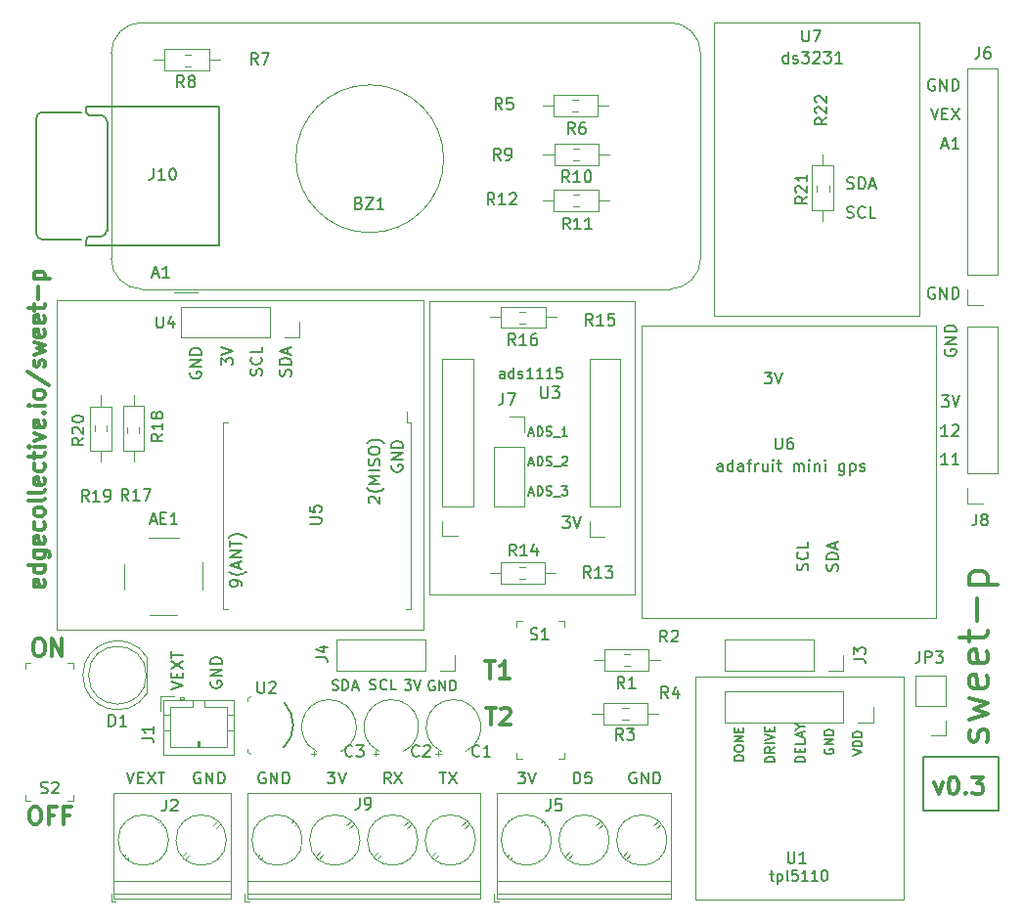
<source format=gbr>
%TF.GenerationSoftware,KiCad,Pcbnew,6.0.11-2627ca5db0~126~ubuntu22.04.1*%
%TF.CreationDate,2023-07-24T22:42:18-04:00*%
%TF.ProjectId,sweet-p,73776565-742d-4702-9e6b-696361645f70,rev?*%
%TF.SameCoordinates,Original*%
%TF.FileFunction,Legend,Top*%
%TF.FilePolarity,Positive*%
%FSLAX46Y46*%
G04 Gerber Fmt 4.6, Leading zero omitted, Abs format (unit mm)*
G04 Created by KiCad (PCBNEW 6.0.11-2627ca5db0~126~ubuntu22.04.1) date 2023-07-24 22:42:18*
%MOMM*%
%LPD*%
G01*
G04 APERTURE LIST*
%ADD10C,0.150000*%
%ADD11C,0.300000*%
%ADD12C,0.120000*%
%ADD13C,0.100000*%
G04 APERTURE END LIST*
D10*
X57575000Y-59761904D02*
X57527380Y-59857142D01*
X57527380Y-60000000D01*
X57575000Y-60142857D01*
X57670238Y-60238095D01*
X57765476Y-60285714D01*
X57955952Y-60333333D01*
X58098809Y-60333333D01*
X58289285Y-60285714D01*
X58384523Y-60238095D01*
X58479761Y-60142857D01*
X58527380Y-60000000D01*
X58527380Y-59904761D01*
X58479761Y-59761904D01*
X58432142Y-59714285D01*
X58098809Y-59714285D01*
X58098809Y-59904761D01*
X58527380Y-59285714D02*
X57527380Y-59285714D01*
X58527380Y-58714285D01*
X57527380Y-58714285D01*
X58527380Y-58238095D02*
X57527380Y-58238095D01*
X57527380Y-58000000D01*
X57575000Y-57857142D01*
X57670238Y-57761904D01*
X57765476Y-57714285D01*
X57955952Y-57666666D01*
X58098809Y-57666666D01*
X58289285Y-57714285D01*
X58384523Y-57761904D01*
X58479761Y-57857142D01*
X58527380Y-58000000D01*
X58527380Y-58238095D01*
X55647619Y-63036904D02*
X55600000Y-62989285D01*
X55552380Y-62894047D01*
X55552380Y-62655952D01*
X55600000Y-62560714D01*
X55647619Y-62513095D01*
X55742857Y-62465476D01*
X55838095Y-62465476D01*
X55980952Y-62513095D01*
X56552380Y-63084523D01*
X56552380Y-62465476D01*
X56933333Y-61751190D02*
X56885714Y-61798809D01*
X56742857Y-61894047D01*
X56647619Y-61941666D01*
X56504761Y-61989285D01*
X56266666Y-62036904D01*
X56076190Y-62036904D01*
X55838095Y-61989285D01*
X55695238Y-61941666D01*
X55600000Y-61894047D01*
X55457142Y-61798809D01*
X55409523Y-61751190D01*
X56552380Y-61370238D02*
X55552380Y-61370238D01*
X56266666Y-61036904D01*
X55552380Y-60703571D01*
X56552380Y-60703571D01*
X56552380Y-60227380D02*
X55552380Y-60227380D01*
X56504761Y-59798809D02*
X56552380Y-59655952D01*
X56552380Y-59417857D01*
X56504761Y-59322619D01*
X56457142Y-59275000D01*
X56361904Y-59227380D01*
X56266666Y-59227380D01*
X56171428Y-59275000D01*
X56123809Y-59322619D01*
X56076190Y-59417857D01*
X56028571Y-59608333D01*
X55980952Y-59703571D01*
X55933333Y-59751190D01*
X55838095Y-59798809D01*
X55742857Y-59798809D01*
X55647619Y-59751190D01*
X55600000Y-59703571D01*
X55552380Y-59608333D01*
X55552380Y-59370238D01*
X55600000Y-59227380D01*
X55552380Y-58608333D02*
X55552380Y-58417857D01*
X55600000Y-58322619D01*
X55695238Y-58227380D01*
X55885714Y-58179761D01*
X56219047Y-58179761D01*
X56409523Y-58227380D01*
X56504761Y-58322619D01*
X56552380Y-58417857D01*
X56552380Y-58608333D01*
X56504761Y-58703571D01*
X56409523Y-58798809D01*
X56219047Y-58846428D01*
X55885714Y-58846428D01*
X55695238Y-58798809D01*
X55600000Y-58703571D01*
X55552380Y-58608333D01*
X56933333Y-57846428D02*
X56885714Y-57798809D01*
X56742857Y-57703571D01*
X56647619Y-57655952D01*
X56504761Y-57608333D01*
X56266666Y-57560714D01*
X56076190Y-57560714D01*
X55838095Y-57608333D01*
X55695238Y-57655952D01*
X55600000Y-57703571D01*
X55457142Y-57798809D01*
X55409523Y-57846428D01*
X44577380Y-70165476D02*
X44577380Y-69975000D01*
X44529761Y-69879761D01*
X44482142Y-69832142D01*
X44339285Y-69736904D01*
X44148809Y-69689285D01*
X43767857Y-69689285D01*
X43672619Y-69736904D01*
X43625000Y-69784523D01*
X43577380Y-69879761D01*
X43577380Y-70070238D01*
X43625000Y-70165476D01*
X43672619Y-70213095D01*
X43767857Y-70260714D01*
X44005952Y-70260714D01*
X44101190Y-70213095D01*
X44148809Y-70165476D01*
X44196428Y-70070238D01*
X44196428Y-69879761D01*
X44148809Y-69784523D01*
X44101190Y-69736904D01*
X44005952Y-69689285D01*
X44958333Y-68975000D02*
X44910714Y-69022619D01*
X44767857Y-69117857D01*
X44672619Y-69165476D01*
X44529761Y-69213095D01*
X44291666Y-69260714D01*
X44101190Y-69260714D01*
X43863095Y-69213095D01*
X43720238Y-69165476D01*
X43625000Y-69117857D01*
X43482142Y-69022619D01*
X43434523Y-68975000D01*
X44291666Y-68641666D02*
X44291666Y-68165476D01*
X44577380Y-68736904D02*
X43577380Y-68403571D01*
X44577380Y-68070238D01*
X44577380Y-67736904D02*
X43577380Y-67736904D01*
X44577380Y-67165476D01*
X43577380Y-67165476D01*
X43577380Y-66832142D02*
X43577380Y-66260714D01*
X44577380Y-66546428D02*
X43577380Y-66546428D01*
X44958333Y-66022619D02*
X44910714Y-65975000D01*
X44767857Y-65879761D01*
X44672619Y-65832142D01*
X44529761Y-65784523D01*
X44291666Y-65736904D01*
X44101190Y-65736904D01*
X43863095Y-65784523D01*
X43720238Y-65832142D01*
X43625000Y-65879761D01*
X43482142Y-65975000D01*
X43434523Y-66022619D01*
X96984523Y-38304761D02*
X97127380Y-38352380D01*
X97365476Y-38352380D01*
X97460714Y-38304761D01*
X97508333Y-38257142D01*
X97555952Y-38161904D01*
X97555952Y-38066666D01*
X97508333Y-37971428D01*
X97460714Y-37923809D01*
X97365476Y-37876190D01*
X97175000Y-37828571D01*
X97079761Y-37780952D01*
X97032142Y-37733333D01*
X96984523Y-37638095D01*
X96984523Y-37542857D01*
X97032142Y-37447619D01*
X97079761Y-37400000D01*
X97175000Y-37352380D01*
X97413095Y-37352380D01*
X97555952Y-37400000D01*
X98555952Y-38257142D02*
X98508333Y-38304761D01*
X98365476Y-38352380D01*
X98270238Y-38352380D01*
X98127380Y-38304761D01*
X98032142Y-38209523D01*
X97984523Y-38114285D01*
X97936904Y-37923809D01*
X97936904Y-37780952D01*
X97984523Y-37590476D01*
X98032142Y-37495238D01*
X98127380Y-37400000D01*
X98270238Y-37352380D01*
X98365476Y-37352380D01*
X98508333Y-37400000D01*
X98555952Y-37447619D01*
X99460714Y-38352380D02*
X98984523Y-38352380D01*
X98984523Y-37352380D01*
X97010714Y-35779761D02*
X97153571Y-35827380D01*
X97391666Y-35827380D01*
X97486904Y-35779761D01*
X97534523Y-35732142D01*
X97582142Y-35636904D01*
X97582142Y-35541666D01*
X97534523Y-35446428D01*
X97486904Y-35398809D01*
X97391666Y-35351190D01*
X97201190Y-35303571D01*
X97105952Y-35255952D01*
X97058333Y-35208333D01*
X97010714Y-35113095D01*
X97010714Y-35017857D01*
X97058333Y-34922619D01*
X97105952Y-34875000D01*
X97201190Y-34827380D01*
X97439285Y-34827380D01*
X97582142Y-34875000D01*
X98010714Y-35827380D02*
X98010714Y-34827380D01*
X98248809Y-34827380D01*
X98391666Y-34875000D01*
X98486904Y-34970238D01*
X98534523Y-35065476D01*
X98582142Y-35255952D01*
X98582142Y-35398809D01*
X98534523Y-35589285D01*
X98486904Y-35684523D01*
X98391666Y-35779761D01*
X98248809Y-35827380D01*
X98010714Y-35827380D01*
X98963095Y-35541666D02*
X99439285Y-35541666D01*
X98867857Y-35827380D02*
X99201190Y-34827380D01*
X99534523Y-35827380D01*
X69467857Y-62158333D02*
X69848809Y-62158333D01*
X69391666Y-62386904D02*
X69658333Y-61586904D01*
X69925000Y-62386904D01*
X70191666Y-62386904D02*
X70191666Y-61586904D01*
X70382142Y-61586904D01*
X70496428Y-61625000D01*
X70572619Y-61701190D01*
X70610714Y-61777380D01*
X70648809Y-61929761D01*
X70648809Y-62044047D01*
X70610714Y-62196428D01*
X70572619Y-62272619D01*
X70496428Y-62348809D01*
X70382142Y-62386904D01*
X70191666Y-62386904D01*
X70953571Y-62348809D02*
X71067857Y-62386904D01*
X71258333Y-62386904D01*
X71334523Y-62348809D01*
X71372619Y-62310714D01*
X71410714Y-62234523D01*
X71410714Y-62158333D01*
X71372619Y-62082142D01*
X71334523Y-62044047D01*
X71258333Y-62005952D01*
X71105952Y-61967857D01*
X71029761Y-61929761D01*
X70991666Y-61891666D01*
X70953571Y-61815476D01*
X70953571Y-61739285D01*
X70991666Y-61663095D01*
X71029761Y-61625000D01*
X71105952Y-61586904D01*
X71296428Y-61586904D01*
X71410714Y-61625000D01*
X71563095Y-62463095D02*
X72172619Y-62463095D01*
X72286904Y-61586904D02*
X72782142Y-61586904D01*
X72515476Y-61891666D01*
X72629761Y-61891666D01*
X72705952Y-61929761D01*
X72744047Y-61967857D01*
X72782142Y-62044047D01*
X72782142Y-62234523D01*
X72744047Y-62310714D01*
X72705952Y-62348809D01*
X72629761Y-62386904D01*
X72401190Y-62386904D01*
X72325000Y-62348809D01*
X72286904Y-62310714D01*
X69467857Y-59583333D02*
X69848809Y-59583333D01*
X69391666Y-59811904D02*
X69658333Y-59011904D01*
X69925000Y-59811904D01*
X70191666Y-59811904D02*
X70191666Y-59011904D01*
X70382142Y-59011904D01*
X70496428Y-59050000D01*
X70572619Y-59126190D01*
X70610714Y-59202380D01*
X70648809Y-59354761D01*
X70648809Y-59469047D01*
X70610714Y-59621428D01*
X70572619Y-59697619D01*
X70496428Y-59773809D01*
X70382142Y-59811904D01*
X70191666Y-59811904D01*
X70953571Y-59773809D02*
X71067857Y-59811904D01*
X71258333Y-59811904D01*
X71334523Y-59773809D01*
X71372619Y-59735714D01*
X71410714Y-59659523D01*
X71410714Y-59583333D01*
X71372619Y-59507142D01*
X71334523Y-59469047D01*
X71258333Y-59430952D01*
X71105952Y-59392857D01*
X71029761Y-59354761D01*
X70991666Y-59316666D01*
X70953571Y-59240476D01*
X70953571Y-59164285D01*
X70991666Y-59088095D01*
X71029761Y-59050000D01*
X71105952Y-59011904D01*
X71296428Y-59011904D01*
X71410714Y-59050000D01*
X71563095Y-59888095D02*
X72172619Y-59888095D01*
X72325000Y-59088095D02*
X72363095Y-59050000D01*
X72439285Y-59011904D01*
X72629761Y-59011904D01*
X72705952Y-59050000D01*
X72744047Y-59088095D01*
X72782142Y-59164285D01*
X72782142Y-59240476D01*
X72744047Y-59354761D01*
X72286904Y-59811904D01*
X72782142Y-59811904D01*
X69467857Y-57008333D02*
X69848809Y-57008333D01*
X69391666Y-57236904D02*
X69658333Y-56436904D01*
X69925000Y-57236904D01*
X70191666Y-57236904D02*
X70191666Y-56436904D01*
X70382142Y-56436904D01*
X70496428Y-56475000D01*
X70572619Y-56551190D01*
X70610714Y-56627380D01*
X70648809Y-56779761D01*
X70648809Y-56894047D01*
X70610714Y-57046428D01*
X70572619Y-57122619D01*
X70496428Y-57198809D01*
X70382142Y-57236904D01*
X70191666Y-57236904D01*
X70953571Y-57198809D02*
X71067857Y-57236904D01*
X71258333Y-57236904D01*
X71334523Y-57198809D01*
X71372619Y-57160714D01*
X71410714Y-57084523D01*
X71410714Y-57008333D01*
X71372619Y-56932142D01*
X71334523Y-56894047D01*
X71258333Y-56855952D01*
X71105952Y-56817857D01*
X71029761Y-56779761D01*
X70991666Y-56741666D01*
X70953571Y-56665476D01*
X70953571Y-56589285D01*
X70991666Y-56513095D01*
X71029761Y-56475000D01*
X71105952Y-56436904D01*
X71296428Y-56436904D01*
X71410714Y-56475000D01*
X71563095Y-57313095D02*
X72172619Y-57313095D01*
X72782142Y-57236904D02*
X72325000Y-57236904D01*
X72553571Y-57236904D02*
X72553571Y-56436904D01*
X72477380Y-56551190D01*
X72401190Y-56627380D01*
X72325000Y-56665476D01*
X97461904Y-84891666D02*
X98261904Y-84625000D01*
X97461904Y-84358333D01*
X98261904Y-84091666D02*
X97461904Y-84091666D01*
X97461904Y-83901190D01*
X97500000Y-83786904D01*
X97576190Y-83710714D01*
X97652380Y-83672619D01*
X97804761Y-83634523D01*
X97919047Y-83634523D01*
X98071428Y-83672619D01*
X98147619Y-83710714D01*
X98223809Y-83786904D01*
X98261904Y-83901190D01*
X98261904Y-84091666D01*
X98261904Y-83291666D02*
X97461904Y-83291666D01*
X97461904Y-83101190D01*
X97500000Y-82986904D01*
X97576190Y-82910714D01*
X97652380Y-82872619D01*
X97804761Y-82834523D01*
X97919047Y-82834523D01*
X98071428Y-82872619D01*
X98147619Y-82910714D01*
X98223809Y-82986904D01*
X98261904Y-83101190D01*
X98261904Y-83291666D01*
X95075000Y-84334523D02*
X95036904Y-84410714D01*
X95036904Y-84525000D01*
X95075000Y-84639285D01*
X95151190Y-84715476D01*
X95227380Y-84753571D01*
X95379761Y-84791666D01*
X95494047Y-84791666D01*
X95646428Y-84753571D01*
X95722619Y-84715476D01*
X95798809Y-84639285D01*
X95836904Y-84525000D01*
X95836904Y-84448809D01*
X95798809Y-84334523D01*
X95760714Y-84296428D01*
X95494047Y-84296428D01*
X95494047Y-84448809D01*
X95836904Y-83953571D02*
X95036904Y-83953571D01*
X95836904Y-83496428D01*
X95036904Y-83496428D01*
X95836904Y-83115476D02*
X95036904Y-83115476D01*
X95036904Y-82925000D01*
X95075000Y-82810714D01*
X95151190Y-82734523D01*
X95227380Y-82696428D01*
X95379761Y-82658333D01*
X95494047Y-82658333D01*
X95646428Y-82696428D01*
X95722619Y-82734523D01*
X95798809Y-82810714D01*
X95836904Y-82925000D01*
X95836904Y-83115476D01*
X93336904Y-85430952D02*
X92536904Y-85430952D01*
X92536904Y-85240476D01*
X92575000Y-85126190D01*
X92651190Y-85050000D01*
X92727380Y-85011904D01*
X92879761Y-84973809D01*
X92994047Y-84973809D01*
X93146428Y-85011904D01*
X93222619Y-85050000D01*
X93298809Y-85126190D01*
X93336904Y-85240476D01*
X93336904Y-85430952D01*
X92917857Y-84630952D02*
X92917857Y-84364285D01*
X93336904Y-84250000D02*
X93336904Y-84630952D01*
X92536904Y-84630952D01*
X92536904Y-84250000D01*
X93336904Y-83526190D02*
X93336904Y-83907142D01*
X92536904Y-83907142D01*
X93108333Y-83297619D02*
X93108333Y-82916666D01*
X93336904Y-83373809D02*
X92536904Y-83107142D01*
X93336904Y-82840476D01*
X92955952Y-82421428D02*
X93336904Y-82421428D01*
X92536904Y-82688095D02*
X92955952Y-82421428D01*
X92536904Y-82154761D01*
X90711904Y-85454761D02*
X89911904Y-85454761D01*
X89911904Y-85264285D01*
X89950000Y-85150000D01*
X90026190Y-85073809D01*
X90102380Y-85035714D01*
X90254761Y-84997619D01*
X90369047Y-84997619D01*
X90521428Y-85035714D01*
X90597619Y-85073809D01*
X90673809Y-85150000D01*
X90711904Y-85264285D01*
X90711904Y-85454761D01*
X90711904Y-84197619D02*
X90330952Y-84464285D01*
X90711904Y-84654761D02*
X89911904Y-84654761D01*
X89911904Y-84350000D01*
X89950000Y-84273809D01*
X89988095Y-84235714D01*
X90064285Y-84197619D01*
X90178571Y-84197619D01*
X90254761Y-84235714D01*
X90292857Y-84273809D01*
X90330952Y-84350000D01*
X90330952Y-84654761D01*
X90711904Y-83854761D02*
X89911904Y-83854761D01*
X89911904Y-83588095D02*
X90711904Y-83321428D01*
X89911904Y-83054761D01*
X90292857Y-82788095D02*
X90292857Y-82521428D01*
X90711904Y-82407142D02*
X90711904Y-82788095D01*
X89911904Y-82788095D01*
X89911904Y-82407142D01*
X88036904Y-85334523D02*
X87236904Y-85334523D01*
X87236904Y-85144047D01*
X87275000Y-85029761D01*
X87351190Y-84953571D01*
X87427380Y-84915476D01*
X87579761Y-84877380D01*
X87694047Y-84877380D01*
X87846428Y-84915476D01*
X87922619Y-84953571D01*
X87998809Y-85029761D01*
X88036904Y-85144047D01*
X88036904Y-85334523D01*
X87236904Y-84382142D02*
X87236904Y-84229761D01*
X87275000Y-84153571D01*
X87351190Y-84077380D01*
X87503571Y-84039285D01*
X87770238Y-84039285D01*
X87922619Y-84077380D01*
X87998809Y-84153571D01*
X88036904Y-84229761D01*
X88036904Y-84382142D01*
X87998809Y-84458333D01*
X87922619Y-84534523D01*
X87770238Y-84572619D01*
X87503571Y-84572619D01*
X87351190Y-84534523D01*
X87275000Y-84458333D01*
X87236904Y-84382142D01*
X88036904Y-83696428D02*
X87236904Y-83696428D01*
X88036904Y-83239285D01*
X87236904Y-83239285D01*
X87617857Y-82858333D02*
X87617857Y-82591666D01*
X88036904Y-82477380D02*
X88036904Y-82858333D01*
X87236904Y-82858333D01*
X87236904Y-82477380D01*
D11*
X109086904Y-83705952D02*
X109205952Y-83467857D01*
X109205952Y-82991666D01*
X109086904Y-82753571D01*
X108848809Y-82634523D01*
X108729761Y-82634523D01*
X108491666Y-82753571D01*
X108372619Y-82991666D01*
X108372619Y-83348809D01*
X108253571Y-83586904D01*
X108015476Y-83705952D01*
X107896428Y-83705952D01*
X107658333Y-83586904D01*
X107539285Y-83348809D01*
X107539285Y-82991666D01*
X107658333Y-82753571D01*
X107539285Y-81801190D02*
X109205952Y-81325000D01*
X108015476Y-80848809D01*
X109205952Y-80372619D01*
X107539285Y-79896428D01*
X109086904Y-77991666D02*
X109205952Y-78229761D01*
X109205952Y-78705952D01*
X109086904Y-78944047D01*
X108848809Y-79063095D01*
X107896428Y-79063095D01*
X107658333Y-78944047D01*
X107539285Y-78705952D01*
X107539285Y-78229761D01*
X107658333Y-77991666D01*
X107896428Y-77872619D01*
X108134523Y-77872619D01*
X108372619Y-79063095D01*
X109086904Y-75848809D02*
X109205952Y-76086904D01*
X109205952Y-76563095D01*
X109086904Y-76801190D01*
X108848809Y-76920238D01*
X107896428Y-76920238D01*
X107658333Y-76801190D01*
X107539285Y-76563095D01*
X107539285Y-76086904D01*
X107658333Y-75848809D01*
X107896428Y-75729761D01*
X108134523Y-75729761D01*
X108372619Y-76920238D01*
X107539285Y-75015476D02*
X107539285Y-74063095D01*
X106705952Y-74658333D02*
X108848809Y-74658333D01*
X109086904Y-74539285D01*
X109205952Y-74301190D01*
X109205952Y-74063095D01*
X108253571Y-73229761D02*
X108253571Y-71325000D01*
X107539285Y-70134523D02*
X110039285Y-70134523D01*
X107658333Y-70134523D02*
X107539285Y-69896428D01*
X107539285Y-69420238D01*
X107658333Y-69182142D01*
X107777380Y-69063095D01*
X108015476Y-68944047D01*
X108729761Y-68944047D01*
X108967857Y-69063095D01*
X109086904Y-69182142D01*
X109205952Y-69420238D01*
X109205952Y-69896428D01*
X109086904Y-70134523D01*
D10*
X61264285Y-78425000D02*
X61178571Y-78382142D01*
X61050000Y-78382142D01*
X60921428Y-78425000D01*
X60835714Y-78510714D01*
X60792857Y-78596428D01*
X60750000Y-78767857D01*
X60750000Y-78896428D01*
X60792857Y-79067857D01*
X60835714Y-79153571D01*
X60921428Y-79239285D01*
X61050000Y-79282142D01*
X61135714Y-79282142D01*
X61264285Y-79239285D01*
X61307142Y-79196428D01*
X61307142Y-78896428D01*
X61135714Y-78896428D01*
X61692857Y-79282142D02*
X61692857Y-78382142D01*
X62207142Y-79282142D01*
X62207142Y-78382142D01*
X62635714Y-79282142D02*
X62635714Y-78382142D01*
X62850000Y-78382142D01*
X62978571Y-78425000D01*
X63064285Y-78510714D01*
X63107142Y-78596428D01*
X63150000Y-78767857D01*
X63150000Y-78896428D01*
X63107142Y-79067857D01*
X63064285Y-79153571D01*
X62978571Y-79239285D01*
X62850000Y-79282142D01*
X62635714Y-79282142D01*
X58689285Y-78332142D02*
X59246428Y-78332142D01*
X58946428Y-78675000D01*
X59075000Y-78675000D01*
X59160714Y-78717857D01*
X59203571Y-78760714D01*
X59246428Y-78846428D01*
X59246428Y-79060714D01*
X59203571Y-79146428D01*
X59160714Y-79189285D01*
X59075000Y-79232142D01*
X58817857Y-79232142D01*
X58732142Y-79189285D01*
X58689285Y-79146428D01*
X59503571Y-78332142D02*
X59803571Y-79232142D01*
X60103571Y-78332142D01*
X52432142Y-79189285D02*
X52560714Y-79232142D01*
X52775000Y-79232142D01*
X52860714Y-79189285D01*
X52903571Y-79146428D01*
X52946428Y-79060714D01*
X52946428Y-78975000D01*
X52903571Y-78889285D01*
X52860714Y-78846428D01*
X52775000Y-78803571D01*
X52603571Y-78760714D01*
X52517857Y-78717857D01*
X52475000Y-78675000D01*
X52432142Y-78589285D01*
X52432142Y-78503571D01*
X52475000Y-78417857D01*
X52517857Y-78375000D01*
X52603571Y-78332142D01*
X52817857Y-78332142D01*
X52946428Y-78375000D01*
X53332142Y-79232142D02*
X53332142Y-78332142D01*
X53546428Y-78332142D01*
X53675000Y-78375000D01*
X53760714Y-78460714D01*
X53803571Y-78546428D01*
X53846428Y-78717857D01*
X53846428Y-78846428D01*
X53803571Y-79017857D01*
X53760714Y-79103571D01*
X53675000Y-79189285D01*
X53546428Y-79232142D01*
X53332142Y-79232142D01*
X54189285Y-78975000D02*
X54617857Y-78975000D01*
X54103571Y-79232142D02*
X54403571Y-78332142D01*
X54703571Y-79232142D01*
X55703571Y-79164285D02*
X55832142Y-79207142D01*
X56046428Y-79207142D01*
X56132142Y-79164285D01*
X56175000Y-79121428D01*
X56217857Y-79035714D01*
X56217857Y-78950000D01*
X56175000Y-78864285D01*
X56132142Y-78821428D01*
X56046428Y-78778571D01*
X55875000Y-78735714D01*
X55789285Y-78692857D01*
X55746428Y-78650000D01*
X55703571Y-78564285D01*
X55703571Y-78478571D01*
X55746428Y-78392857D01*
X55789285Y-78350000D01*
X55875000Y-78307142D01*
X56089285Y-78307142D01*
X56217857Y-78350000D01*
X57117857Y-79121428D02*
X57075000Y-79164285D01*
X56946428Y-79207142D01*
X56860714Y-79207142D01*
X56732142Y-79164285D01*
X56646428Y-79078571D01*
X56603571Y-78992857D01*
X56560714Y-78821428D01*
X56560714Y-78692857D01*
X56603571Y-78521428D01*
X56646428Y-78435714D01*
X56732142Y-78350000D01*
X56860714Y-78307142D01*
X56946428Y-78307142D01*
X57075000Y-78350000D01*
X57117857Y-78392857D01*
X57932142Y-79207142D02*
X57503571Y-79207142D01*
X57503571Y-78307142D01*
X41925000Y-78486904D02*
X41877380Y-78582142D01*
X41877380Y-78725000D01*
X41925000Y-78867857D01*
X42020238Y-78963095D01*
X42115476Y-79010714D01*
X42305952Y-79058333D01*
X42448809Y-79058333D01*
X42639285Y-79010714D01*
X42734523Y-78963095D01*
X42829761Y-78867857D01*
X42877380Y-78725000D01*
X42877380Y-78629761D01*
X42829761Y-78486904D01*
X42782142Y-78439285D01*
X42448809Y-78439285D01*
X42448809Y-78629761D01*
X42877380Y-78010714D02*
X41877380Y-78010714D01*
X42877380Y-77439285D01*
X41877380Y-77439285D01*
X42877380Y-76963095D02*
X41877380Y-76963095D01*
X41877380Y-76725000D01*
X41925000Y-76582142D01*
X42020238Y-76486904D01*
X42115476Y-76439285D01*
X42305952Y-76391666D01*
X42448809Y-76391666D01*
X42639285Y-76439285D01*
X42734523Y-76486904D01*
X42829761Y-76582142D01*
X42877380Y-76725000D01*
X42877380Y-76963095D01*
X38477380Y-79167857D02*
X39477380Y-78834523D01*
X38477380Y-78501190D01*
X38953571Y-78167857D02*
X38953571Y-77834523D01*
X39477380Y-77691666D02*
X39477380Y-78167857D01*
X38477380Y-78167857D01*
X38477380Y-77691666D01*
X38477380Y-77358333D02*
X39477380Y-76691666D01*
X38477380Y-76691666D02*
X39477380Y-77358333D01*
X38477380Y-76453571D02*
X38477380Y-75882142D01*
X39477380Y-76167857D02*
X38477380Y-76167857D01*
X103625000Y-85025000D02*
X110125000Y-85025000D01*
X110125000Y-85025000D02*
X110125000Y-89675000D01*
X110125000Y-89675000D02*
X103625000Y-89675000D01*
X103625000Y-89675000D02*
X103625000Y-85025000D01*
D11*
X27466666Y-69716666D02*
X27533333Y-69850000D01*
X27533333Y-70116666D01*
X27466666Y-70250000D01*
X27333333Y-70316666D01*
X26800000Y-70316666D01*
X26666666Y-70250000D01*
X26600000Y-70116666D01*
X26600000Y-69850000D01*
X26666666Y-69716666D01*
X26800000Y-69650000D01*
X26933333Y-69650000D01*
X27066666Y-70316666D01*
X27533333Y-68450000D02*
X26133333Y-68450000D01*
X27466666Y-68450000D02*
X27533333Y-68583333D01*
X27533333Y-68850000D01*
X27466666Y-68983333D01*
X27400000Y-69050000D01*
X27266666Y-69116666D01*
X26866666Y-69116666D01*
X26733333Y-69050000D01*
X26666666Y-68983333D01*
X26600000Y-68850000D01*
X26600000Y-68583333D01*
X26666666Y-68450000D01*
X26600000Y-67183333D02*
X27733333Y-67183333D01*
X27866666Y-67250000D01*
X27933333Y-67316666D01*
X28000000Y-67450000D01*
X28000000Y-67650000D01*
X27933333Y-67783333D01*
X27466666Y-67183333D02*
X27533333Y-67316666D01*
X27533333Y-67583333D01*
X27466666Y-67716666D01*
X27400000Y-67783333D01*
X27266666Y-67850000D01*
X26866666Y-67850000D01*
X26733333Y-67783333D01*
X26666666Y-67716666D01*
X26600000Y-67583333D01*
X26600000Y-67316666D01*
X26666666Y-67183333D01*
X27466666Y-65983333D02*
X27533333Y-66116666D01*
X27533333Y-66383333D01*
X27466666Y-66516666D01*
X27333333Y-66583333D01*
X26800000Y-66583333D01*
X26666666Y-66516666D01*
X26600000Y-66383333D01*
X26600000Y-66116666D01*
X26666666Y-65983333D01*
X26800000Y-65916666D01*
X26933333Y-65916666D01*
X27066666Y-66583333D01*
X27466666Y-64716666D02*
X27533333Y-64850000D01*
X27533333Y-65116666D01*
X27466666Y-65250000D01*
X27400000Y-65316666D01*
X27266666Y-65383333D01*
X26866666Y-65383333D01*
X26733333Y-65316666D01*
X26666666Y-65250000D01*
X26600000Y-65116666D01*
X26600000Y-64850000D01*
X26666666Y-64716666D01*
X27533333Y-63916666D02*
X27466666Y-64050000D01*
X27400000Y-64116666D01*
X27266666Y-64183333D01*
X26866666Y-64183333D01*
X26733333Y-64116666D01*
X26666666Y-64050000D01*
X26600000Y-63916666D01*
X26600000Y-63716666D01*
X26666666Y-63583333D01*
X26733333Y-63516666D01*
X26866666Y-63450000D01*
X27266666Y-63450000D01*
X27400000Y-63516666D01*
X27466666Y-63583333D01*
X27533333Y-63716666D01*
X27533333Y-63916666D01*
X27533333Y-62650000D02*
X27466666Y-62783333D01*
X27333333Y-62850000D01*
X26133333Y-62850000D01*
X27533333Y-61916666D02*
X27466666Y-62050000D01*
X27333333Y-62116666D01*
X26133333Y-62116666D01*
X27466666Y-60850000D02*
X27533333Y-60983333D01*
X27533333Y-61250000D01*
X27466666Y-61383333D01*
X27333333Y-61450000D01*
X26800000Y-61450000D01*
X26666666Y-61383333D01*
X26600000Y-61250000D01*
X26600000Y-60983333D01*
X26666666Y-60850000D01*
X26800000Y-60783333D01*
X26933333Y-60783333D01*
X27066666Y-61450000D01*
X27466666Y-59583333D02*
X27533333Y-59716666D01*
X27533333Y-59983333D01*
X27466666Y-60116666D01*
X27400000Y-60183333D01*
X27266666Y-60250000D01*
X26866666Y-60250000D01*
X26733333Y-60183333D01*
X26666666Y-60116666D01*
X26600000Y-59983333D01*
X26600000Y-59716666D01*
X26666666Y-59583333D01*
X26600000Y-59183333D02*
X26600000Y-58650000D01*
X26133333Y-58983333D02*
X27333333Y-58983333D01*
X27466666Y-58916666D01*
X27533333Y-58783333D01*
X27533333Y-58650000D01*
X27533333Y-58183333D02*
X26600000Y-58183333D01*
X26133333Y-58183333D02*
X26200000Y-58250000D01*
X26266666Y-58183333D01*
X26200000Y-58116666D01*
X26133333Y-58183333D01*
X26266666Y-58183333D01*
X26600000Y-57650000D02*
X27533333Y-57316666D01*
X26600000Y-56983333D01*
X27466666Y-55916666D02*
X27533333Y-56050000D01*
X27533333Y-56316666D01*
X27466666Y-56450000D01*
X27333333Y-56516666D01*
X26800000Y-56516666D01*
X26666666Y-56450000D01*
X26600000Y-56316666D01*
X26600000Y-56050000D01*
X26666666Y-55916666D01*
X26800000Y-55850000D01*
X26933333Y-55850000D01*
X27066666Y-56516666D01*
X27400000Y-55250000D02*
X27466666Y-55183333D01*
X27533333Y-55250000D01*
X27466666Y-55316666D01*
X27400000Y-55250000D01*
X27533333Y-55250000D01*
X27533333Y-54583333D02*
X26600000Y-54583333D01*
X26133333Y-54583333D02*
X26200000Y-54650000D01*
X26266666Y-54583333D01*
X26200000Y-54516666D01*
X26133333Y-54583333D01*
X26266666Y-54583333D01*
X27533333Y-53716666D02*
X27466666Y-53850000D01*
X27400000Y-53916666D01*
X27266666Y-53983333D01*
X26866666Y-53983333D01*
X26733333Y-53916666D01*
X26666666Y-53850000D01*
X26600000Y-53716666D01*
X26600000Y-53516666D01*
X26666666Y-53383333D01*
X26733333Y-53316666D01*
X26866666Y-53250000D01*
X27266666Y-53250000D01*
X27400000Y-53316666D01*
X27466666Y-53383333D01*
X27533333Y-53516666D01*
X27533333Y-53716666D01*
X26066666Y-51650000D02*
X27866666Y-52850000D01*
X27466666Y-51250000D02*
X27533333Y-51116666D01*
X27533333Y-50850000D01*
X27466666Y-50716666D01*
X27333333Y-50650000D01*
X27266666Y-50650000D01*
X27133333Y-50716666D01*
X27066666Y-50850000D01*
X27066666Y-51050000D01*
X27000000Y-51183333D01*
X26866666Y-51250000D01*
X26800000Y-51250000D01*
X26666666Y-51183333D01*
X26600000Y-51050000D01*
X26600000Y-50850000D01*
X26666666Y-50716666D01*
X26600000Y-50183333D02*
X27533333Y-49916666D01*
X26866666Y-49650000D01*
X27533333Y-49383333D01*
X26600000Y-49116666D01*
X27466666Y-48050000D02*
X27533333Y-48183333D01*
X27533333Y-48450000D01*
X27466666Y-48583333D01*
X27333333Y-48650000D01*
X26800000Y-48650000D01*
X26666666Y-48583333D01*
X26600000Y-48450000D01*
X26600000Y-48183333D01*
X26666666Y-48050000D01*
X26800000Y-47983333D01*
X26933333Y-47983333D01*
X27066666Y-48650000D01*
X27466666Y-46850000D02*
X27533333Y-46983333D01*
X27533333Y-47250000D01*
X27466666Y-47383333D01*
X27333333Y-47450000D01*
X26800000Y-47450000D01*
X26666666Y-47383333D01*
X26600000Y-47250000D01*
X26600000Y-46983333D01*
X26666666Y-46850000D01*
X26800000Y-46783333D01*
X26933333Y-46783333D01*
X27066666Y-47450000D01*
X26600000Y-46383333D02*
X26600000Y-45850000D01*
X26133333Y-46183333D02*
X27333333Y-46183333D01*
X27466666Y-46116666D01*
X27533333Y-45983333D01*
X27533333Y-45850000D01*
X27000000Y-45383333D02*
X27000000Y-44316666D01*
X26600000Y-43650000D02*
X28000000Y-43650000D01*
X26666666Y-43650000D02*
X26600000Y-43516666D01*
X26600000Y-43250000D01*
X26666666Y-43116666D01*
X26733333Y-43050000D01*
X26866666Y-42983333D01*
X27266666Y-42983333D01*
X27400000Y-43050000D01*
X27466666Y-43116666D01*
X27533333Y-43250000D01*
X27533333Y-43516666D01*
X27466666Y-43650000D01*
X65732142Y-80753571D02*
X66589285Y-80753571D01*
X66160714Y-82253571D02*
X66160714Y-80753571D01*
X67017857Y-80896428D02*
X67089285Y-80825000D01*
X67232142Y-80753571D01*
X67589285Y-80753571D01*
X67732142Y-80825000D01*
X67803571Y-80896428D01*
X67875000Y-81039285D01*
X67875000Y-81182142D01*
X67803571Y-81396428D01*
X66946428Y-82253571D01*
X67875000Y-82253571D01*
X65657142Y-76703571D02*
X66514285Y-76703571D01*
X66085714Y-78203571D02*
X66085714Y-76703571D01*
X67800000Y-78203571D02*
X66942857Y-78203571D01*
X67371428Y-78203571D02*
X67371428Y-76703571D01*
X67228571Y-76917857D01*
X67085714Y-77060714D01*
X66942857Y-77132142D01*
D10*
X93579761Y-68865476D02*
X93627380Y-68722619D01*
X93627380Y-68484523D01*
X93579761Y-68389285D01*
X93532142Y-68341666D01*
X93436904Y-68294047D01*
X93341666Y-68294047D01*
X93246428Y-68341666D01*
X93198809Y-68389285D01*
X93151190Y-68484523D01*
X93103571Y-68675000D01*
X93055952Y-68770238D01*
X93008333Y-68817857D01*
X92913095Y-68865476D01*
X92817857Y-68865476D01*
X92722619Y-68817857D01*
X92675000Y-68770238D01*
X92627380Y-68675000D01*
X92627380Y-68436904D01*
X92675000Y-68294047D01*
X93532142Y-67294047D02*
X93579761Y-67341666D01*
X93627380Y-67484523D01*
X93627380Y-67579761D01*
X93579761Y-67722619D01*
X93484523Y-67817857D01*
X93389285Y-67865476D01*
X93198809Y-67913095D01*
X93055952Y-67913095D01*
X92865476Y-67865476D01*
X92770238Y-67817857D01*
X92675000Y-67722619D01*
X92627380Y-67579761D01*
X92627380Y-67484523D01*
X92675000Y-67341666D01*
X92722619Y-67294047D01*
X93627380Y-66389285D02*
X93627380Y-66865476D01*
X92627380Y-66865476D01*
X104563095Y-44400000D02*
X104467857Y-44352380D01*
X104325000Y-44352380D01*
X104182142Y-44400000D01*
X104086904Y-44495238D01*
X104039285Y-44590476D01*
X103991666Y-44780952D01*
X103991666Y-44923809D01*
X104039285Y-45114285D01*
X104086904Y-45209523D01*
X104182142Y-45304761D01*
X104325000Y-45352380D01*
X104420238Y-45352380D01*
X104563095Y-45304761D01*
X104610714Y-45257142D01*
X104610714Y-44923809D01*
X104420238Y-44923809D01*
X105039285Y-45352380D02*
X105039285Y-44352380D01*
X105610714Y-45352380D01*
X105610714Y-44352380D01*
X106086904Y-45352380D02*
X106086904Y-44352380D01*
X106325000Y-44352380D01*
X106467857Y-44400000D01*
X106563095Y-44495238D01*
X106610714Y-44590476D01*
X106658333Y-44780952D01*
X106658333Y-44923809D01*
X106610714Y-45114285D01*
X106563095Y-45209523D01*
X106467857Y-45304761D01*
X106325000Y-45352380D01*
X106086904Y-45352380D01*
X41013095Y-86375000D02*
X40917857Y-86327380D01*
X40775000Y-86327380D01*
X40632142Y-86375000D01*
X40536904Y-86470238D01*
X40489285Y-86565476D01*
X40441666Y-86755952D01*
X40441666Y-86898809D01*
X40489285Y-87089285D01*
X40536904Y-87184523D01*
X40632142Y-87279761D01*
X40775000Y-87327380D01*
X40870238Y-87327380D01*
X41013095Y-87279761D01*
X41060714Y-87232142D01*
X41060714Y-86898809D01*
X40870238Y-86898809D01*
X41489285Y-87327380D02*
X41489285Y-86327380D01*
X42060714Y-87327380D01*
X42060714Y-86327380D01*
X42536904Y-87327380D02*
X42536904Y-86327380D01*
X42775000Y-86327380D01*
X42917857Y-86375000D01*
X43013095Y-86470238D01*
X43060714Y-86565476D01*
X43108333Y-86755952D01*
X43108333Y-86898809D01*
X43060714Y-87089285D01*
X43013095Y-87184523D01*
X42917857Y-87279761D01*
X42775000Y-87327380D01*
X42536904Y-87327380D01*
D11*
X26896428Y-74803571D02*
X27182142Y-74803571D01*
X27325000Y-74875000D01*
X27467857Y-75017857D01*
X27539285Y-75303571D01*
X27539285Y-75803571D01*
X27467857Y-76089285D01*
X27325000Y-76232142D01*
X27182142Y-76303571D01*
X26896428Y-76303571D01*
X26753571Y-76232142D01*
X26610714Y-76089285D01*
X26539285Y-75803571D01*
X26539285Y-75303571D01*
X26610714Y-75017857D01*
X26753571Y-74875000D01*
X26896428Y-74803571D01*
X28182142Y-76303571D02*
X28182142Y-74803571D01*
X29039285Y-76303571D01*
X29039285Y-74803571D01*
D10*
X42802380Y-51086904D02*
X42802380Y-50467857D01*
X43183333Y-50801190D01*
X43183333Y-50658333D01*
X43230952Y-50563095D01*
X43278571Y-50515476D01*
X43373809Y-50467857D01*
X43611904Y-50467857D01*
X43707142Y-50515476D01*
X43754761Y-50563095D01*
X43802380Y-50658333D01*
X43802380Y-50944047D01*
X43754761Y-51039285D01*
X43707142Y-51086904D01*
X42802380Y-50182142D02*
X43802380Y-49848809D01*
X42802380Y-49515476D01*
X96179761Y-68889285D02*
X96227380Y-68746428D01*
X96227380Y-68508333D01*
X96179761Y-68413095D01*
X96132142Y-68365476D01*
X96036904Y-68317857D01*
X95941666Y-68317857D01*
X95846428Y-68365476D01*
X95798809Y-68413095D01*
X95751190Y-68508333D01*
X95703571Y-68698809D01*
X95655952Y-68794047D01*
X95608333Y-68841666D01*
X95513095Y-68889285D01*
X95417857Y-68889285D01*
X95322619Y-68841666D01*
X95275000Y-68794047D01*
X95227380Y-68698809D01*
X95227380Y-68460714D01*
X95275000Y-68317857D01*
X96227380Y-67889285D02*
X95227380Y-67889285D01*
X95227380Y-67651190D01*
X95275000Y-67508333D01*
X95370238Y-67413095D01*
X95465476Y-67365476D01*
X95655952Y-67317857D01*
X95798809Y-67317857D01*
X95989285Y-67365476D01*
X96084523Y-67413095D01*
X96179761Y-67508333D01*
X96227380Y-67651190D01*
X96227380Y-67889285D01*
X95941666Y-66936904D02*
X95941666Y-66460714D01*
X96227380Y-67032142D02*
X95227380Y-66698809D01*
X96227380Y-66365476D01*
D11*
X26571428Y-89353571D02*
X26857142Y-89353571D01*
X27000000Y-89425000D01*
X27142857Y-89567857D01*
X27214285Y-89853571D01*
X27214285Y-90353571D01*
X27142857Y-90639285D01*
X27000000Y-90782142D01*
X26857142Y-90853571D01*
X26571428Y-90853571D01*
X26428571Y-90782142D01*
X26285714Y-90639285D01*
X26214285Y-90353571D01*
X26214285Y-89853571D01*
X26285714Y-89567857D01*
X26428571Y-89425000D01*
X26571428Y-89353571D01*
X28357142Y-90067857D02*
X27857142Y-90067857D01*
X27857142Y-90853571D02*
X27857142Y-89353571D01*
X28571428Y-89353571D01*
X29642857Y-90067857D02*
X29142857Y-90067857D01*
X29142857Y-90853571D02*
X29142857Y-89353571D01*
X29857142Y-89353571D01*
D10*
X105475000Y-49736904D02*
X105427380Y-49832142D01*
X105427380Y-49975000D01*
X105475000Y-50117857D01*
X105570238Y-50213095D01*
X105665476Y-50260714D01*
X105855952Y-50308333D01*
X105998809Y-50308333D01*
X106189285Y-50260714D01*
X106284523Y-50213095D01*
X106379761Y-50117857D01*
X106427380Y-49975000D01*
X106427380Y-49879761D01*
X106379761Y-49736904D01*
X106332142Y-49689285D01*
X105998809Y-49689285D01*
X105998809Y-49879761D01*
X106427380Y-49260714D02*
X105427380Y-49260714D01*
X106427380Y-48689285D01*
X105427380Y-48689285D01*
X106427380Y-48213095D02*
X105427380Y-48213095D01*
X105427380Y-47975000D01*
X105475000Y-47832142D01*
X105570238Y-47736904D01*
X105665476Y-47689285D01*
X105855952Y-47641666D01*
X105998809Y-47641666D01*
X106189285Y-47689285D01*
X106284523Y-47736904D01*
X106379761Y-47832142D01*
X106427380Y-47975000D01*
X106427380Y-48213095D01*
X46613095Y-86375000D02*
X46517857Y-86327380D01*
X46375000Y-86327380D01*
X46232142Y-86375000D01*
X46136904Y-86470238D01*
X46089285Y-86565476D01*
X46041666Y-86755952D01*
X46041666Y-86898809D01*
X46089285Y-87089285D01*
X46136904Y-87184523D01*
X46232142Y-87279761D01*
X46375000Y-87327380D01*
X46470238Y-87327380D01*
X46613095Y-87279761D01*
X46660714Y-87232142D01*
X46660714Y-86898809D01*
X46470238Y-86898809D01*
X47089285Y-87327380D02*
X47089285Y-86327380D01*
X47660714Y-87327380D01*
X47660714Y-86327380D01*
X48136904Y-87327380D02*
X48136904Y-86327380D01*
X48375000Y-86327380D01*
X48517857Y-86375000D01*
X48613095Y-86470238D01*
X48660714Y-86565476D01*
X48708333Y-86755952D01*
X48708333Y-86898809D01*
X48660714Y-87089285D01*
X48613095Y-87184523D01*
X48517857Y-87279761D01*
X48375000Y-87327380D01*
X48136904Y-87327380D01*
X40150000Y-51705952D02*
X40102380Y-51801190D01*
X40102380Y-51944048D01*
X40150000Y-52086905D01*
X40245238Y-52182143D01*
X40340476Y-52229762D01*
X40530952Y-52277381D01*
X40673809Y-52277381D01*
X40864285Y-52229762D01*
X40959523Y-52182143D01*
X41054761Y-52086905D01*
X41102380Y-51944048D01*
X41102380Y-51848809D01*
X41054761Y-51705952D01*
X41007142Y-51658333D01*
X40673809Y-51658333D01*
X40673809Y-51848809D01*
X41102380Y-51229762D02*
X40102380Y-51229762D01*
X41102380Y-50658333D01*
X40102380Y-50658333D01*
X41102380Y-50182143D02*
X40102380Y-50182143D01*
X40102380Y-49944048D01*
X40150000Y-49801190D01*
X40245238Y-49705952D01*
X40340476Y-49658333D01*
X40530952Y-49610714D01*
X40673809Y-49610714D01*
X40864285Y-49658333D01*
X40959523Y-49705952D01*
X41054761Y-49801190D01*
X41102380Y-49944048D01*
X41102380Y-50182143D01*
X105705952Y-57252380D02*
X105134524Y-57252380D01*
X105420238Y-57252380D02*
X105420238Y-56252380D01*
X105325000Y-56395238D01*
X105229762Y-56490476D01*
X105134524Y-56538095D01*
X106086905Y-56347619D02*
X106134524Y-56300000D01*
X106229762Y-56252380D01*
X106467857Y-56252380D01*
X106563095Y-56300000D01*
X106610714Y-56347619D01*
X106658333Y-56442857D01*
X106658333Y-56538095D01*
X106610714Y-56680952D01*
X106039286Y-57252380D01*
X106658333Y-57252380D01*
X48804761Y-52039285D02*
X48852380Y-51896428D01*
X48852380Y-51658333D01*
X48804761Y-51563095D01*
X48757142Y-51515476D01*
X48661904Y-51467857D01*
X48566666Y-51467857D01*
X48471428Y-51515476D01*
X48423809Y-51563095D01*
X48376190Y-51658333D01*
X48328571Y-51848809D01*
X48280952Y-51944047D01*
X48233333Y-51991666D01*
X48138095Y-52039285D01*
X48042857Y-52039285D01*
X47947619Y-51991666D01*
X47900000Y-51944047D01*
X47852380Y-51848809D01*
X47852380Y-51610714D01*
X47900000Y-51467857D01*
X48852380Y-51039285D02*
X47852380Y-51039285D01*
X47852380Y-50801190D01*
X47900000Y-50658333D01*
X47995238Y-50563095D01*
X48090476Y-50515476D01*
X48280952Y-50467857D01*
X48423809Y-50467857D01*
X48614285Y-50515476D01*
X48709523Y-50563095D01*
X48804761Y-50658333D01*
X48852380Y-50801190D01*
X48852380Y-51039285D01*
X48566666Y-50086904D02*
X48566666Y-49610714D01*
X48852380Y-50182142D02*
X47852380Y-49848809D01*
X48852380Y-49515476D01*
X46304761Y-51991667D02*
X46352380Y-51848810D01*
X46352380Y-51610714D01*
X46304761Y-51515476D01*
X46257142Y-51467857D01*
X46161904Y-51420238D01*
X46066666Y-51420238D01*
X45971428Y-51467857D01*
X45923809Y-51515476D01*
X45876190Y-51610714D01*
X45828571Y-51801191D01*
X45780952Y-51896429D01*
X45733333Y-51944048D01*
X45638095Y-51991667D01*
X45542857Y-51991667D01*
X45447619Y-51944048D01*
X45400000Y-51896429D01*
X45352380Y-51801191D01*
X45352380Y-51563095D01*
X45400000Y-51420238D01*
X46257142Y-50420238D02*
X46304761Y-50467857D01*
X46352380Y-50610714D01*
X46352380Y-50705952D01*
X46304761Y-50848810D01*
X46209523Y-50944048D01*
X46114285Y-50991667D01*
X45923809Y-51039286D01*
X45780952Y-51039286D01*
X45590476Y-50991667D01*
X45495238Y-50944048D01*
X45400000Y-50848810D01*
X45352380Y-50705952D01*
X45352380Y-50610714D01*
X45400000Y-50467857D01*
X45447619Y-50420238D01*
X46352380Y-49515476D02*
X46352380Y-49991667D01*
X45352380Y-49991667D01*
X52027381Y-86327380D02*
X52646428Y-86327380D01*
X52313095Y-86708333D01*
X52455952Y-86708333D01*
X52551190Y-86755952D01*
X52598809Y-86803571D01*
X52646428Y-86898809D01*
X52646428Y-87136904D01*
X52598809Y-87232142D01*
X52551190Y-87279761D01*
X52455952Y-87327380D01*
X52170238Y-87327380D01*
X52075000Y-87279761D01*
X52027381Y-87232142D01*
X52932143Y-86327380D02*
X53265476Y-87327380D01*
X53598809Y-86327380D01*
X104563095Y-26375000D02*
X104467857Y-26327380D01*
X104325000Y-26327380D01*
X104182142Y-26375000D01*
X104086904Y-26470238D01*
X104039285Y-26565476D01*
X103991666Y-26755952D01*
X103991666Y-26898809D01*
X104039285Y-27089285D01*
X104086904Y-27184523D01*
X104182142Y-27279761D01*
X104325000Y-27327380D01*
X104420238Y-27327380D01*
X104563095Y-27279761D01*
X104610714Y-27232142D01*
X104610714Y-26898809D01*
X104420238Y-26898809D01*
X105039285Y-27327380D02*
X105039285Y-26327380D01*
X105610714Y-27327380D01*
X105610714Y-26327380D01*
X106086904Y-27327380D02*
X106086904Y-26327380D01*
X106325000Y-26327380D01*
X106467857Y-26375000D01*
X106563095Y-26470238D01*
X106610714Y-26565476D01*
X106658333Y-26755952D01*
X106658333Y-26898809D01*
X106610714Y-27089285D01*
X106563095Y-27184523D01*
X106467857Y-27279761D01*
X106325000Y-27327380D01*
X106086904Y-27327380D01*
X57489285Y-87327380D02*
X57155952Y-86851190D01*
X56917856Y-87327380D02*
X56917856Y-86327380D01*
X57298809Y-86327380D01*
X57394047Y-86375000D01*
X57441666Y-86422619D01*
X57489285Y-86517857D01*
X57489285Y-86660714D01*
X57441666Y-86755952D01*
X57394047Y-86803571D01*
X57298809Y-86851190D01*
X56917856Y-86851190D01*
X57822618Y-86327380D02*
X58489285Y-87327380D01*
X58489285Y-86327380D02*
X57822618Y-87327380D01*
X34632142Y-86327380D02*
X34965476Y-87327380D01*
X35298809Y-86327380D01*
X35632142Y-86803571D02*
X35965476Y-86803571D01*
X36108333Y-87327380D02*
X35632142Y-87327380D01*
X35632142Y-86327380D01*
X36108333Y-86327380D01*
X36441666Y-86327380D02*
X37108333Y-87327380D01*
X37108333Y-86327380D02*
X36441666Y-87327380D01*
X37346428Y-86327380D02*
X37917857Y-86327380D01*
X37632142Y-87327380D02*
X37632142Y-86327380D01*
X68513095Y-86327380D02*
X69132142Y-86327380D01*
X68798809Y-86708333D01*
X68941666Y-86708333D01*
X69036904Y-86755952D01*
X69084523Y-86803571D01*
X69132142Y-86898809D01*
X69132142Y-87136904D01*
X69084523Y-87232142D01*
X69036904Y-87279761D01*
X68941666Y-87327380D01*
X68655952Y-87327380D01*
X68560714Y-87279761D01*
X68513095Y-87232142D01*
X69417857Y-86327380D02*
X69751190Y-87327380D01*
X70084523Y-86327380D01*
X90321428Y-95132142D02*
X90664285Y-95132142D01*
X90450000Y-94832142D02*
X90450000Y-95603571D01*
X90492857Y-95689285D01*
X90578571Y-95732142D01*
X90664285Y-95732142D01*
X90964285Y-95132142D02*
X90964285Y-96032142D01*
X90964285Y-95175000D02*
X91050000Y-95132142D01*
X91221428Y-95132142D01*
X91307142Y-95175000D01*
X91350000Y-95217857D01*
X91392857Y-95303571D01*
X91392857Y-95560714D01*
X91350000Y-95646428D01*
X91307142Y-95689285D01*
X91221428Y-95732142D01*
X91050000Y-95732142D01*
X90964285Y-95689285D01*
X91907142Y-95732142D02*
X91821428Y-95689285D01*
X91778571Y-95603571D01*
X91778571Y-94832142D01*
X92678571Y-94832142D02*
X92250000Y-94832142D01*
X92207142Y-95260714D01*
X92250000Y-95217857D01*
X92335714Y-95175000D01*
X92550000Y-95175000D01*
X92635714Y-95217857D01*
X92678571Y-95260714D01*
X92721428Y-95346428D01*
X92721428Y-95560714D01*
X92678571Y-95646428D01*
X92635714Y-95689285D01*
X92550000Y-95732142D01*
X92335714Y-95732142D01*
X92250000Y-95689285D01*
X92207142Y-95646428D01*
X93578571Y-95732142D02*
X93064285Y-95732142D01*
X93321428Y-95732142D02*
X93321428Y-94832142D01*
X93235714Y-94960714D01*
X93150000Y-95046428D01*
X93064285Y-95089285D01*
X94435714Y-95732142D02*
X93921428Y-95732142D01*
X94178571Y-95732142D02*
X94178571Y-94832142D01*
X94092857Y-94960714D01*
X94007142Y-95046428D01*
X93921428Y-95089285D01*
X94992857Y-94832142D02*
X95078571Y-94832142D01*
X95164285Y-94875000D01*
X95207142Y-94917857D01*
X95250000Y-95003571D01*
X95292857Y-95175000D01*
X95292857Y-95389285D01*
X95250000Y-95560714D01*
X95207142Y-95646428D01*
X95164285Y-95689285D01*
X95078571Y-95732142D01*
X94992857Y-95732142D01*
X94907142Y-95689285D01*
X94864285Y-95646428D01*
X94821428Y-95560714D01*
X94778571Y-95389285D01*
X94778571Y-95175000D01*
X94821428Y-95003571D01*
X94864285Y-94917857D01*
X94907142Y-94875000D01*
X94992857Y-94832142D01*
X61713095Y-86327380D02*
X62284523Y-86327380D01*
X61998809Y-87327380D02*
X61998809Y-86327380D01*
X62522619Y-86327380D02*
X63189285Y-87327380D01*
X63189285Y-86327380D02*
X62522619Y-87327380D01*
X105705952Y-59702380D02*
X105134524Y-59702380D01*
X105420238Y-59702380D02*
X105420238Y-58702380D01*
X105325000Y-58845238D01*
X105229762Y-58940476D01*
X105134524Y-58988095D01*
X106658333Y-59702380D02*
X106086905Y-59702380D01*
X106372619Y-59702380D02*
X106372619Y-58702380D01*
X106277381Y-58845238D01*
X106182143Y-58940476D01*
X106086905Y-58988095D01*
X105229762Y-32066666D02*
X105705952Y-32066666D01*
X105134524Y-32352380D02*
X105467857Y-31352380D01*
X105801190Y-32352380D01*
X106658333Y-32352380D02*
X106086905Y-32352380D01*
X106372619Y-32352380D02*
X106372619Y-31352380D01*
X106277381Y-31495238D01*
X106182143Y-31590476D01*
X106086905Y-31638095D01*
D11*
X104557142Y-87253571D02*
X104914285Y-88253571D01*
X105271428Y-87253571D01*
X106128571Y-86753571D02*
X106271428Y-86753571D01*
X106414285Y-86825000D01*
X106485714Y-86896428D01*
X106557142Y-87039285D01*
X106628571Y-87325000D01*
X106628571Y-87682142D01*
X106557142Y-87967857D01*
X106485714Y-88110714D01*
X106414285Y-88182142D01*
X106271428Y-88253571D01*
X106128571Y-88253571D01*
X105985714Y-88182142D01*
X105914285Y-88110714D01*
X105842857Y-87967857D01*
X105771428Y-87682142D01*
X105771428Y-87325000D01*
X105842857Y-87039285D01*
X105914285Y-86896428D01*
X105985714Y-86825000D01*
X106128571Y-86753571D01*
X107271428Y-88110714D02*
X107342857Y-88182142D01*
X107271428Y-88253571D01*
X107200000Y-88182142D01*
X107271428Y-88110714D01*
X107271428Y-88253571D01*
X107842857Y-86753571D02*
X108771428Y-86753571D01*
X108271428Y-87325000D01*
X108485714Y-87325000D01*
X108628571Y-87396428D01*
X108700000Y-87467857D01*
X108771428Y-87610714D01*
X108771428Y-87967857D01*
X108700000Y-88110714D01*
X108628571Y-88182142D01*
X108485714Y-88253571D01*
X108057142Y-88253571D01*
X107914285Y-88182142D01*
X107842857Y-88110714D01*
D10*
X104229762Y-28852380D02*
X104563095Y-29852380D01*
X104896428Y-28852380D01*
X105229762Y-29328571D02*
X105563095Y-29328571D01*
X105705952Y-29852380D02*
X105229762Y-29852380D01*
X105229762Y-28852380D01*
X105705952Y-28852380D01*
X106039286Y-28852380D02*
X106705952Y-29852380D01*
X106705952Y-28852380D02*
X106039286Y-29852380D01*
X73336904Y-87327380D02*
X73336904Y-86327380D01*
X73575000Y-86327380D01*
X73717857Y-86375000D01*
X73813095Y-86470238D01*
X73860714Y-86565476D01*
X73908333Y-86755952D01*
X73908333Y-86898809D01*
X73860714Y-87089285D01*
X73813095Y-87184523D01*
X73717857Y-87279761D01*
X73575000Y-87327380D01*
X73336904Y-87327380D01*
X74813095Y-86327380D02*
X74336904Y-86327380D01*
X74289285Y-86803571D01*
X74336904Y-86755952D01*
X74432142Y-86708333D01*
X74670238Y-86708333D01*
X74765476Y-86755952D01*
X74813095Y-86803571D01*
X74860714Y-86898809D01*
X74860714Y-87136904D01*
X74813095Y-87232142D01*
X74765476Y-87279761D01*
X74670238Y-87327380D01*
X74432142Y-87327380D01*
X74336904Y-87279761D01*
X74289285Y-87232142D01*
X78713095Y-86375000D02*
X78617857Y-86327380D01*
X78475000Y-86327380D01*
X78332142Y-86375000D01*
X78236904Y-86470238D01*
X78189285Y-86565476D01*
X78141666Y-86755952D01*
X78141666Y-86898809D01*
X78189285Y-87089285D01*
X78236904Y-87184523D01*
X78332142Y-87279761D01*
X78475000Y-87327380D01*
X78570238Y-87327380D01*
X78713095Y-87279761D01*
X78760714Y-87232142D01*
X78760714Y-86898809D01*
X78570238Y-86898809D01*
X79189285Y-87327380D02*
X79189285Y-86327380D01*
X79760714Y-87327380D01*
X79760714Y-86327380D01*
X80236904Y-87327380D02*
X80236904Y-86327380D01*
X80475000Y-86327380D01*
X80617857Y-86375000D01*
X80713095Y-86470238D01*
X80760714Y-86565476D01*
X80808333Y-86755952D01*
X80808333Y-86898809D01*
X80760714Y-87089285D01*
X80713095Y-87184523D01*
X80617857Y-87279761D01*
X80475000Y-87327380D01*
X80236904Y-87327380D01*
X67332142Y-52232142D02*
X67332142Y-51760714D01*
X67289285Y-51675000D01*
X67203571Y-51632142D01*
X67032142Y-51632142D01*
X66946428Y-51675000D01*
X67332142Y-52189285D02*
X67246428Y-52232142D01*
X67032142Y-52232142D01*
X66946428Y-52189285D01*
X66903571Y-52103571D01*
X66903571Y-52017857D01*
X66946428Y-51932142D01*
X67032142Y-51889285D01*
X67246428Y-51889285D01*
X67332142Y-51846428D01*
X68146428Y-52232142D02*
X68146428Y-51332142D01*
X68146428Y-52189285D02*
X68060714Y-52232142D01*
X67889285Y-52232142D01*
X67803571Y-52189285D01*
X67760714Y-52146428D01*
X67717857Y-52060714D01*
X67717857Y-51803571D01*
X67760714Y-51717857D01*
X67803571Y-51675000D01*
X67889285Y-51632142D01*
X68060714Y-51632142D01*
X68146428Y-51675000D01*
X68532142Y-52189285D02*
X68617857Y-52232142D01*
X68789285Y-52232142D01*
X68875000Y-52189285D01*
X68917857Y-52103571D01*
X68917857Y-52060714D01*
X68875000Y-51975000D01*
X68789285Y-51932142D01*
X68660714Y-51932142D01*
X68575000Y-51889285D01*
X68532142Y-51803571D01*
X68532142Y-51760714D01*
X68575000Y-51675000D01*
X68660714Y-51632142D01*
X68789285Y-51632142D01*
X68875000Y-51675000D01*
X69775000Y-52232142D02*
X69260714Y-52232142D01*
X69517857Y-52232142D02*
X69517857Y-51332142D01*
X69432142Y-51460714D01*
X69346428Y-51546428D01*
X69260714Y-51589285D01*
X70632142Y-52232142D02*
X70117857Y-52232142D01*
X70375000Y-52232142D02*
X70375000Y-51332142D01*
X70289285Y-51460714D01*
X70203571Y-51546428D01*
X70117857Y-51589285D01*
X71489285Y-52232142D02*
X70975000Y-52232142D01*
X71232142Y-52232142D02*
X71232142Y-51332142D01*
X71146428Y-51460714D01*
X71060714Y-51546428D01*
X70975000Y-51589285D01*
X72303571Y-51332142D02*
X71875000Y-51332142D01*
X71832142Y-51760714D01*
X71875000Y-51717857D01*
X71960714Y-51675000D01*
X72175000Y-51675000D01*
X72260714Y-51717857D01*
X72303571Y-51760714D01*
X72346428Y-51846428D01*
X72346428Y-52060714D01*
X72303571Y-52146428D01*
X72260714Y-52189285D01*
X72175000Y-52232142D01*
X71960714Y-52232142D01*
X71875000Y-52189285D01*
X71832142Y-52146428D01*
X105182143Y-53727380D02*
X105801190Y-53727380D01*
X105467857Y-54108333D01*
X105610714Y-54108333D01*
X105705952Y-54155952D01*
X105753571Y-54203571D01*
X105801190Y-54298809D01*
X105801190Y-54536904D01*
X105753571Y-54632142D01*
X105705952Y-54679761D01*
X105610714Y-54727380D01*
X105325000Y-54727380D01*
X105229762Y-54679761D01*
X105182143Y-54632142D01*
X106086905Y-53727380D02*
X106420238Y-54727380D01*
X106753571Y-53727380D01*
X72363095Y-64227380D02*
X72982142Y-64227380D01*
X72648809Y-64608333D01*
X72791666Y-64608333D01*
X72886904Y-64655952D01*
X72934523Y-64703571D01*
X72982142Y-64798809D01*
X72982142Y-65036904D01*
X72934523Y-65132142D01*
X72886904Y-65179761D01*
X72791666Y-65227380D01*
X72505952Y-65227380D01*
X72410714Y-65179761D01*
X72363095Y-65132142D01*
X73267857Y-64227380D02*
X73601190Y-65227380D01*
X73934523Y-64227380D01*
X89838095Y-51702380D02*
X90457142Y-51702380D01*
X90123809Y-52083333D01*
X90266666Y-52083333D01*
X90361904Y-52130952D01*
X90409523Y-52178571D01*
X90457142Y-52273809D01*
X90457142Y-52511904D01*
X90409523Y-52607142D01*
X90361904Y-52654761D01*
X90266666Y-52702380D01*
X89980952Y-52702380D01*
X89885714Y-52654761D01*
X89838095Y-52607142D01*
X90742857Y-51702380D02*
X91076190Y-52702380D01*
X91409523Y-51702380D01*
%TO.C,J3*%
X97572380Y-76533333D02*
X98286666Y-76533333D01*
X98429523Y-76580952D01*
X98524761Y-76676190D01*
X98572380Y-76819047D01*
X98572380Y-76914285D01*
X97572380Y-76152380D02*
X97572380Y-75533333D01*
X97953333Y-75866666D01*
X97953333Y-75723809D01*
X98000952Y-75628571D01*
X98048571Y-75580952D01*
X98143809Y-75533333D01*
X98381904Y-75533333D01*
X98477142Y-75580952D01*
X98524761Y-75628571D01*
X98572380Y-75723809D01*
X98572380Y-76009523D01*
X98524761Y-76104761D01*
X98477142Y-76152380D01*
%TO.C,J5*%
X71291666Y-88677380D02*
X71291666Y-89391666D01*
X71244047Y-89534523D01*
X71148809Y-89629761D01*
X71005952Y-89677380D01*
X70910714Y-89677380D01*
X72244047Y-88677380D02*
X71767857Y-88677380D01*
X71720238Y-89153571D01*
X71767857Y-89105952D01*
X71863095Y-89058333D01*
X72101190Y-89058333D01*
X72196428Y-89105952D01*
X72244047Y-89153571D01*
X72291666Y-89248809D01*
X72291666Y-89486904D01*
X72244047Y-89582142D01*
X72196428Y-89629761D01*
X72101190Y-89677380D01*
X71863095Y-89677380D01*
X71767857Y-89629761D01*
X71720238Y-89582142D01*
%TO.C,J4*%
X51027380Y-76408333D02*
X51741666Y-76408333D01*
X51884523Y-76455952D01*
X51979761Y-76551190D01*
X52027380Y-76694047D01*
X52027380Y-76789285D01*
X51360714Y-75503571D02*
X52027380Y-75503571D01*
X50979761Y-75741666D02*
X51694047Y-75979761D01*
X51694047Y-75360714D01*
%TO.C,J1*%
X35952380Y-83383333D02*
X36666666Y-83383333D01*
X36809523Y-83430952D01*
X36904761Y-83526190D01*
X36952380Y-83669047D01*
X36952380Y-83764285D01*
X36952380Y-82383333D02*
X36952380Y-82954761D01*
X36952380Y-82669047D02*
X35952380Y-82669047D01*
X36095238Y-82764285D01*
X36190476Y-82859523D01*
X36238095Y-82954761D01*
%TO.C,J2*%
X38041666Y-88702380D02*
X38041666Y-89416666D01*
X37994047Y-89559523D01*
X37898809Y-89654761D01*
X37755952Y-89702380D01*
X37660714Y-89702380D01*
X38470238Y-88797619D02*
X38517857Y-88750000D01*
X38613095Y-88702380D01*
X38851190Y-88702380D01*
X38946428Y-88750000D01*
X38994047Y-88797619D01*
X39041666Y-88892857D01*
X39041666Y-88988095D01*
X38994047Y-89130952D01*
X38422619Y-89702380D01*
X39041666Y-89702380D01*
%TO.C,J6*%
X108416666Y-23552380D02*
X108416666Y-24266666D01*
X108369047Y-24409523D01*
X108273809Y-24504761D01*
X108130952Y-24552380D01*
X108035714Y-24552380D01*
X109321428Y-23552380D02*
X109130952Y-23552380D01*
X109035714Y-23600000D01*
X108988095Y-23647619D01*
X108892857Y-23790476D01*
X108845238Y-23980952D01*
X108845238Y-24361904D01*
X108892857Y-24457142D01*
X108940476Y-24504761D01*
X109035714Y-24552380D01*
X109226190Y-24552380D01*
X109321428Y-24504761D01*
X109369047Y-24457142D01*
X109416666Y-24361904D01*
X109416666Y-24123809D01*
X109369047Y-24028571D01*
X109321428Y-23980952D01*
X109226190Y-23933333D01*
X109035714Y-23933333D01*
X108940476Y-23980952D01*
X108892857Y-24028571D01*
X108845238Y-24123809D01*
%TO.C,J7*%
X67204166Y-53527380D02*
X67204166Y-54241666D01*
X67156547Y-54384523D01*
X67061309Y-54479761D01*
X66918452Y-54527380D01*
X66823214Y-54527380D01*
X67585119Y-53527380D02*
X68251785Y-53527380D01*
X67823214Y-54527380D01*
%TO.C,J8*%
X108166666Y-63977380D02*
X108166666Y-64691666D01*
X108119047Y-64834523D01*
X108023809Y-64929761D01*
X107880952Y-64977380D01*
X107785714Y-64977380D01*
X108785714Y-64405952D02*
X108690476Y-64358333D01*
X108642857Y-64310714D01*
X108595238Y-64215476D01*
X108595238Y-64167857D01*
X108642857Y-64072619D01*
X108690476Y-64025000D01*
X108785714Y-63977380D01*
X108976190Y-63977380D01*
X109071428Y-64025000D01*
X109119047Y-64072619D01*
X109166666Y-64167857D01*
X109166666Y-64215476D01*
X109119047Y-64310714D01*
X109071428Y-64358333D01*
X108976190Y-64405952D01*
X108785714Y-64405952D01*
X108690476Y-64453571D01*
X108642857Y-64501190D01*
X108595238Y-64596428D01*
X108595238Y-64786904D01*
X108642857Y-64882142D01*
X108690476Y-64929761D01*
X108785714Y-64977380D01*
X108976190Y-64977380D01*
X109071428Y-64929761D01*
X109119047Y-64882142D01*
X109166666Y-64786904D01*
X109166666Y-64596428D01*
X109119047Y-64501190D01*
X109071428Y-64453571D01*
X108976190Y-64405952D01*
%TO.C,J9*%
X54791666Y-88552380D02*
X54791666Y-89266666D01*
X54744047Y-89409523D01*
X54648809Y-89504761D01*
X54505952Y-89552380D01*
X54410714Y-89552380D01*
X55315476Y-89552380D02*
X55505952Y-89552380D01*
X55601190Y-89504761D01*
X55648809Y-89457142D01*
X55744047Y-89314285D01*
X55791666Y-89123809D01*
X55791666Y-88742857D01*
X55744047Y-88647619D01*
X55696428Y-88600000D01*
X55601190Y-88552380D01*
X55410714Y-88552380D01*
X55315476Y-88600000D01*
X55267857Y-88647619D01*
X55220238Y-88742857D01*
X55220238Y-88980952D01*
X55267857Y-89076190D01*
X55315476Y-89123809D01*
X55410714Y-89171428D01*
X55601190Y-89171428D01*
X55696428Y-89123809D01*
X55744047Y-89076190D01*
X55791666Y-88980952D01*
%TO.C,J10*%
X36940476Y-34052380D02*
X36940476Y-34766666D01*
X36892857Y-34909523D01*
X36797619Y-35004761D01*
X36654761Y-35052380D01*
X36559523Y-35052380D01*
X37940476Y-35052380D02*
X37369047Y-35052380D01*
X37654761Y-35052380D02*
X37654761Y-34052380D01*
X37559523Y-34195238D01*
X37464285Y-34290476D01*
X37369047Y-34338095D01*
X38559523Y-34052380D02*
X38654761Y-34052380D01*
X38750000Y-34100000D01*
X38797619Y-34147619D01*
X38845238Y-34242857D01*
X38892857Y-34433333D01*
X38892857Y-34671428D01*
X38845238Y-34861904D01*
X38797619Y-34957142D01*
X38750000Y-35004761D01*
X38654761Y-35052380D01*
X38559523Y-35052380D01*
X38464285Y-35004761D01*
X38416666Y-34957142D01*
X38369047Y-34861904D01*
X38321428Y-34671428D01*
X38321428Y-34433333D01*
X38369047Y-34242857D01*
X38416666Y-34147619D01*
X38464285Y-34100000D01*
X38559523Y-34052380D01*
%TO.C,JP3*%
X103266666Y-75877380D02*
X103266666Y-76591666D01*
X103219047Y-76734523D01*
X103123809Y-76829761D01*
X102980952Y-76877380D01*
X102885714Y-76877380D01*
X103742857Y-76877380D02*
X103742857Y-75877380D01*
X104123809Y-75877380D01*
X104219047Y-75925000D01*
X104266666Y-75972619D01*
X104314285Y-76067857D01*
X104314285Y-76210714D01*
X104266666Y-76305952D01*
X104219047Y-76353571D01*
X104123809Y-76401190D01*
X103742857Y-76401190D01*
X104647619Y-75877380D02*
X105266666Y-75877380D01*
X104933333Y-76258333D01*
X105076190Y-76258333D01*
X105171428Y-76305952D01*
X105219047Y-76353571D01*
X105266666Y-76448809D01*
X105266666Y-76686904D01*
X105219047Y-76782142D01*
X105171428Y-76829761D01*
X105076190Y-76877380D01*
X104790476Y-76877380D01*
X104695238Y-76829761D01*
X104647619Y-76782142D01*
%TO.C,S2*%
X27213095Y-88134761D02*
X27355952Y-88182380D01*
X27594047Y-88182380D01*
X27689285Y-88134761D01*
X27736904Y-88087142D01*
X27784523Y-87991904D01*
X27784523Y-87896666D01*
X27736904Y-87801428D01*
X27689285Y-87753809D01*
X27594047Y-87706190D01*
X27403571Y-87658571D01*
X27308333Y-87610952D01*
X27260714Y-87563333D01*
X27213095Y-87468095D01*
X27213095Y-87372857D01*
X27260714Y-87277619D01*
X27308333Y-87230000D01*
X27403571Y-87182380D01*
X27641666Y-87182380D01*
X27784523Y-87230000D01*
X28165476Y-87277619D02*
X28213095Y-87230000D01*
X28308333Y-87182380D01*
X28546428Y-87182380D01*
X28641666Y-87230000D01*
X28689285Y-87277619D01*
X28736904Y-87372857D01*
X28736904Y-87468095D01*
X28689285Y-87610952D01*
X28117857Y-88182380D01*
X28736904Y-88182380D01*
%TO.C,R15*%
X74957142Y-47652380D02*
X74623809Y-47176190D01*
X74385714Y-47652380D02*
X74385714Y-46652380D01*
X74766666Y-46652380D01*
X74861904Y-46700000D01*
X74909523Y-46747619D01*
X74957142Y-46842857D01*
X74957142Y-46985714D01*
X74909523Y-47080952D01*
X74861904Y-47128571D01*
X74766666Y-47176190D01*
X74385714Y-47176190D01*
X75909523Y-47652380D02*
X75338095Y-47652380D01*
X75623809Y-47652380D02*
X75623809Y-46652380D01*
X75528571Y-46795238D01*
X75433333Y-46890476D01*
X75338095Y-46938095D01*
X76814285Y-46652380D02*
X76338095Y-46652380D01*
X76290476Y-47128571D01*
X76338095Y-47080952D01*
X76433333Y-47033333D01*
X76671428Y-47033333D01*
X76766666Y-47080952D01*
X76814285Y-47128571D01*
X76861904Y-47223809D01*
X76861904Y-47461904D01*
X76814285Y-47557142D01*
X76766666Y-47604761D01*
X76671428Y-47652380D01*
X76433333Y-47652380D01*
X76338095Y-47604761D01*
X76290476Y-47557142D01*
%TO.C,U1*%
X91863095Y-93227380D02*
X91863095Y-94036904D01*
X91910714Y-94132142D01*
X91958333Y-94179761D01*
X92053571Y-94227380D01*
X92244047Y-94227380D01*
X92339285Y-94179761D01*
X92386904Y-94132142D01*
X92434523Y-94036904D01*
X92434523Y-93227380D01*
X93434523Y-94227380D02*
X92863095Y-94227380D01*
X93148809Y-94227380D02*
X93148809Y-93227380D01*
X93053571Y-93370238D01*
X92958333Y-93465476D01*
X92863095Y-93513095D01*
%TO.C,R19*%
X31332142Y-62892380D02*
X30998809Y-62416190D01*
X30760714Y-62892380D02*
X30760714Y-61892380D01*
X31141666Y-61892380D01*
X31236904Y-61940000D01*
X31284523Y-61987619D01*
X31332142Y-62082857D01*
X31332142Y-62225714D01*
X31284523Y-62320952D01*
X31236904Y-62368571D01*
X31141666Y-62416190D01*
X30760714Y-62416190D01*
X32284523Y-62892380D02*
X31713095Y-62892380D01*
X31998809Y-62892380D02*
X31998809Y-61892380D01*
X31903571Y-62035238D01*
X31808333Y-62130476D01*
X31713095Y-62178095D01*
X32760714Y-62892380D02*
X32951190Y-62892380D01*
X33046428Y-62844761D01*
X33094047Y-62797142D01*
X33189285Y-62654285D01*
X33236904Y-62463809D01*
X33236904Y-62082857D01*
X33189285Y-61987619D01*
X33141666Y-61940000D01*
X33046428Y-61892380D01*
X32855952Y-61892380D01*
X32760714Y-61940000D01*
X32713095Y-61987619D01*
X32665476Y-62082857D01*
X32665476Y-62320952D01*
X32713095Y-62416190D01*
X32760714Y-62463809D01*
X32855952Y-62511428D01*
X33046428Y-62511428D01*
X33141666Y-62463809D01*
X33189285Y-62416190D01*
X33236904Y-62320952D01*
%TO.C,D1*%
X33091904Y-82362380D02*
X33091904Y-81362380D01*
X33330000Y-81362380D01*
X33472857Y-81410000D01*
X33568095Y-81505238D01*
X33615714Y-81600476D01*
X33663333Y-81790952D01*
X33663333Y-81933809D01*
X33615714Y-82124285D01*
X33568095Y-82219523D01*
X33472857Y-82314761D01*
X33330000Y-82362380D01*
X33091904Y-82362380D01*
X34615714Y-82362380D02*
X34044285Y-82362380D01*
X34330000Y-82362380D02*
X34330000Y-81362380D01*
X34234761Y-81505238D01*
X34139523Y-81600476D01*
X34044285Y-81648095D01*
%TO.C,U6*%
X90788095Y-57377380D02*
X90788095Y-58186904D01*
X90835714Y-58282142D01*
X90883333Y-58329761D01*
X90978571Y-58377380D01*
X91169047Y-58377380D01*
X91264285Y-58329761D01*
X91311904Y-58282142D01*
X91359523Y-58186904D01*
X91359523Y-57377380D01*
X92264285Y-57377380D02*
X92073809Y-57377380D01*
X91978571Y-57425000D01*
X91930952Y-57472619D01*
X91835714Y-57615476D01*
X91788095Y-57805952D01*
X91788095Y-58186904D01*
X91835714Y-58282142D01*
X91883333Y-58329761D01*
X91978571Y-58377380D01*
X92169047Y-58377380D01*
X92264285Y-58329761D01*
X92311904Y-58282142D01*
X92359523Y-58186904D01*
X92359523Y-57948809D01*
X92311904Y-57853571D01*
X92264285Y-57805952D01*
X92169047Y-57758333D01*
X91978571Y-57758333D01*
X91883333Y-57805952D01*
X91835714Y-57853571D01*
X91788095Y-57948809D01*
X86196428Y-60277380D02*
X86196428Y-59753571D01*
X86148809Y-59658333D01*
X86053571Y-59610714D01*
X85863095Y-59610714D01*
X85767857Y-59658333D01*
X86196428Y-60229761D02*
X86101190Y-60277380D01*
X85863095Y-60277380D01*
X85767857Y-60229761D01*
X85720238Y-60134523D01*
X85720238Y-60039285D01*
X85767857Y-59944047D01*
X85863095Y-59896428D01*
X86101190Y-59896428D01*
X86196428Y-59848809D01*
X87101190Y-60277380D02*
X87101190Y-59277380D01*
X87101190Y-60229761D02*
X87005952Y-60277380D01*
X86815476Y-60277380D01*
X86720238Y-60229761D01*
X86672619Y-60182142D01*
X86625000Y-60086904D01*
X86625000Y-59801190D01*
X86672619Y-59705952D01*
X86720238Y-59658333D01*
X86815476Y-59610714D01*
X87005952Y-59610714D01*
X87101190Y-59658333D01*
X88005952Y-60277380D02*
X88005952Y-59753571D01*
X87958333Y-59658333D01*
X87863095Y-59610714D01*
X87672619Y-59610714D01*
X87577380Y-59658333D01*
X88005952Y-60229761D02*
X87910714Y-60277380D01*
X87672619Y-60277380D01*
X87577380Y-60229761D01*
X87529761Y-60134523D01*
X87529761Y-60039285D01*
X87577380Y-59944047D01*
X87672619Y-59896428D01*
X87910714Y-59896428D01*
X88005952Y-59848809D01*
X88339285Y-59610714D02*
X88720238Y-59610714D01*
X88482142Y-60277380D02*
X88482142Y-59420238D01*
X88529761Y-59325000D01*
X88625000Y-59277380D01*
X88720238Y-59277380D01*
X89053571Y-60277380D02*
X89053571Y-59610714D01*
X89053571Y-59801190D02*
X89101190Y-59705952D01*
X89148809Y-59658333D01*
X89244047Y-59610714D01*
X89339285Y-59610714D01*
X90101190Y-59610714D02*
X90101190Y-60277380D01*
X89672619Y-59610714D02*
X89672619Y-60134523D01*
X89720238Y-60229761D01*
X89815476Y-60277380D01*
X89958333Y-60277380D01*
X90053571Y-60229761D01*
X90101190Y-60182142D01*
X90577380Y-60277380D02*
X90577380Y-59610714D01*
X90577380Y-59277380D02*
X90529761Y-59325000D01*
X90577380Y-59372619D01*
X90625000Y-59325000D01*
X90577380Y-59277380D01*
X90577380Y-59372619D01*
X90910714Y-59610714D02*
X91291666Y-59610714D01*
X91053571Y-59277380D02*
X91053571Y-60134523D01*
X91101190Y-60229761D01*
X91196428Y-60277380D01*
X91291666Y-60277380D01*
X92386904Y-60277380D02*
X92386904Y-59610714D01*
X92386904Y-59705952D02*
X92434523Y-59658333D01*
X92529761Y-59610714D01*
X92672619Y-59610714D01*
X92767857Y-59658333D01*
X92815476Y-59753571D01*
X92815476Y-60277380D01*
X92815476Y-59753571D02*
X92863095Y-59658333D01*
X92958333Y-59610714D01*
X93101190Y-59610714D01*
X93196428Y-59658333D01*
X93244047Y-59753571D01*
X93244047Y-60277380D01*
X93720238Y-60277380D02*
X93720238Y-59610714D01*
X93720238Y-59277380D02*
X93672619Y-59325000D01*
X93720238Y-59372619D01*
X93767857Y-59325000D01*
X93720238Y-59277380D01*
X93720238Y-59372619D01*
X94196428Y-59610714D02*
X94196428Y-60277380D01*
X94196428Y-59705952D02*
X94244047Y-59658333D01*
X94339285Y-59610714D01*
X94482142Y-59610714D01*
X94577380Y-59658333D01*
X94625000Y-59753571D01*
X94625000Y-60277380D01*
X95101190Y-60277380D02*
X95101190Y-59610714D01*
X95101190Y-59277380D02*
X95053571Y-59325000D01*
X95101190Y-59372619D01*
X95148809Y-59325000D01*
X95101190Y-59277380D01*
X95101190Y-59372619D01*
X96767857Y-59610714D02*
X96767857Y-60420238D01*
X96720238Y-60515476D01*
X96672619Y-60563095D01*
X96577380Y-60610714D01*
X96434523Y-60610714D01*
X96339285Y-60563095D01*
X96767857Y-60229761D02*
X96672619Y-60277380D01*
X96482142Y-60277380D01*
X96386904Y-60229761D01*
X96339285Y-60182142D01*
X96291666Y-60086904D01*
X96291666Y-59801190D01*
X96339285Y-59705952D01*
X96386904Y-59658333D01*
X96482142Y-59610714D01*
X96672619Y-59610714D01*
X96767857Y-59658333D01*
X97244047Y-59610714D02*
X97244047Y-60610714D01*
X97244047Y-59658333D02*
X97339285Y-59610714D01*
X97529761Y-59610714D01*
X97625000Y-59658333D01*
X97672619Y-59705952D01*
X97720238Y-59801190D01*
X97720238Y-60086904D01*
X97672619Y-60182142D01*
X97625000Y-60229761D01*
X97529761Y-60277380D01*
X97339285Y-60277380D01*
X97244047Y-60229761D01*
X98101190Y-60229761D02*
X98196428Y-60277380D01*
X98386904Y-60277380D01*
X98482142Y-60229761D01*
X98529761Y-60134523D01*
X98529761Y-60086904D01*
X98482142Y-59991666D01*
X98386904Y-59944047D01*
X98244047Y-59944047D01*
X98148809Y-59896428D01*
X98101190Y-59801190D01*
X98101190Y-59753571D01*
X98148809Y-59658333D01*
X98244047Y-59610714D01*
X98386904Y-59610714D01*
X98482142Y-59658333D01*
%TO.C,R4*%
X81508333Y-79927380D02*
X81175000Y-79451190D01*
X80936904Y-79927380D02*
X80936904Y-78927380D01*
X81317857Y-78927380D01*
X81413095Y-78975000D01*
X81460714Y-79022619D01*
X81508333Y-79117857D01*
X81508333Y-79260714D01*
X81460714Y-79355952D01*
X81413095Y-79403571D01*
X81317857Y-79451190D01*
X80936904Y-79451190D01*
X82365476Y-79260714D02*
X82365476Y-79927380D01*
X82127380Y-78879761D02*
X81889285Y-79594047D01*
X82508333Y-79594047D01*
%TO.C,R16*%
X68282142Y-49377380D02*
X67948809Y-48901190D01*
X67710714Y-49377380D02*
X67710714Y-48377380D01*
X68091666Y-48377380D01*
X68186904Y-48425000D01*
X68234523Y-48472619D01*
X68282142Y-48567857D01*
X68282142Y-48710714D01*
X68234523Y-48805952D01*
X68186904Y-48853571D01*
X68091666Y-48901190D01*
X67710714Y-48901190D01*
X69234523Y-49377380D02*
X68663095Y-49377380D01*
X68948809Y-49377380D02*
X68948809Y-48377380D01*
X68853571Y-48520238D01*
X68758333Y-48615476D01*
X68663095Y-48663095D01*
X70091666Y-48377380D02*
X69901190Y-48377380D01*
X69805952Y-48425000D01*
X69758333Y-48472619D01*
X69663095Y-48615476D01*
X69615476Y-48805952D01*
X69615476Y-49186904D01*
X69663095Y-49282142D01*
X69710714Y-49329761D01*
X69805952Y-49377380D01*
X69996428Y-49377380D01*
X70091666Y-49329761D01*
X70139285Y-49282142D01*
X70186904Y-49186904D01*
X70186904Y-48948809D01*
X70139285Y-48853571D01*
X70091666Y-48805952D01*
X69996428Y-48758333D01*
X69805952Y-48758333D01*
X69710714Y-48805952D01*
X69663095Y-48853571D01*
X69615476Y-48948809D01*
%TO.C,U2*%
X45963095Y-78500092D02*
X45963095Y-79309616D01*
X46010714Y-79404854D01*
X46058333Y-79452473D01*
X46153571Y-79500092D01*
X46344047Y-79500092D01*
X46439285Y-79452473D01*
X46486904Y-79404854D01*
X46534523Y-79309616D01*
X46534523Y-78500092D01*
X46963095Y-78595331D02*
X47010714Y-78547712D01*
X47105952Y-78500092D01*
X47344047Y-78500092D01*
X47439285Y-78547712D01*
X47486904Y-78595331D01*
X47534523Y-78690569D01*
X47534523Y-78785807D01*
X47486904Y-78928664D01*
X46915476Y-79500092D01*
X47534523Y-79500092D01*
%TO.C,R2*%
X81408333Y-75052380D02*
X81075000Y-74576190D01*
X80836904Y-75052380D02*
X80836904Y-74052380D01*
X81217857Y-74052380D01*
X81313095Y-74100000D01*
X81360714Y-74147619D01*
X81408333Y-74242857D01*
X81408333Y-74385714D01*
X81360714Y-74480952D01*
X81313095Y-74528571D01*
X81217857Y-74576190D01*
X80836904Y-74576190D01*
X81789285Y-74147619D02*
X81836904Y-74100000D01*
X81932142Y-74052380D01*
X82170238Y-74052380D01*
X82265476Y-74100000D01*
X82313095Y-74147619D01*
X82360714Y-74242857D01*
X82360714Y-74338095D01*
X82313095Y-74480952D01*
X81741666Y-75052380D01*
X82360714Y-75052380D01*
%TO.C,R17*%
X34782142Y-62817380D02*
X34448809Y-62341190D01*
X34210714Y-62817380D02*
X34210714Y-61817380D01*
X34591666Y-61817380D01*
X34686904Y-61865000D01*
X34734523Y-61912619D01*
X34782142Y-62007857D01*
X34782142Y-62150714D01*
X34734523Y-62245952D01*
X34686904Y-62293571D01*
X34591666Y-62341190D01*
X34210714Y-62341190D01*
X35734523Y-62817380D02*
X35163095Y-62817380D01*
X35448809Y-62817380D02*
X35448809Y-61817380D01*
X35353571Y-61960238D01*
X35258333Y-62055476D01*
X35163095Y-62103095D01*
X36067857Y-61817380D02*
X36734523Y-61817380D01*
X36305952Y-62817380D01*
%TO.C,R21*%
X93527380Y-36517857D02*
X93051190Y-36851190D01*
X93527380Y-37089285D02*
X92527380Y-37089285D01*
X92527380Y-36708333D01*
X92575000Y-36613095D01*
X92622619Y-36565476D01*
X92717857Y-36517857D01*
X92860714Y-36517857D01*
X92955952Y-36565476D01*
X93003571Y-36613095D01*
X93051190Y-36708333D01*
X93051190Y-37089285D01*
X92622619Y-36136904D02*
X92575000Y-36089285D01*
X92527380Y-35994047D01*
X92527380Y-35755952D01*
X92575000Y-35660714D01*
X92622619Y-35613095D01*
X92717857Y-35565476D01*
X92813095Y-35565476D01*
X92955952Y-35613095D01*
X93527380Y-36184523D01*
X93527380Y-35565476D01*
X93527380Y-34613095D02*
X93527380Y-35184523D01*
X93527380Y-34898809D02*
X92527380Y-34898809D01*
X92670238Y-34994047D01*
X92765476Y-35089285D01*
X92813095Y-35184523D01*
%TO.C,R14*%
X68344642Y-67602380D02*
X68011309Y-67126190D01*
X67773214Y-67602380D02*
X67773214Y-66602380D01*
X68154166Y-66602380D01*
X68249404Y-66650000D01*
X68297023Y-66697619D01*
X68344642Y-66792857D01*
X68344642Y-66935714D01*
X68297023Y-67030952D01*
X68249404Y-67078571D01*
X68154166Y-67126190D01*
X67773214Y-67126190D01*
X69297023Y-67602380D02*
X68725595Y-67602380D01*
X69011309Y-67602380D02*
X69011309Y-66602380D01*
X68916071Y-66745238D01*
X68820833Y-66840476D01*
X68725595Y-66888095D01*
X70154166Y-66935714D02*
X70154166Y-67602380D01*
X69916071Y-66554761D02*
X69677976Y-67269047D01*
X70297023Y-67269047D01*
%TO.C,R18*%
X37752380Y-57057857D02*
X37276190Y-57391190D01*
X37752380Y-57629285D02*
X36752380Y-57629285D01*
X36752380Y-57248333D01*
X36800000Y-57153095D01*
X36847619Y-57105476D01*
X36942857Y-57057857D01*
X37085714Y-57057857D01*
X37180952Y-57105476D01*
X37228571Y-57153095D01*
X37276190Y-57248333D01*
X37276190Y-57629285D01*
X37752380Y-56105476D02*
X37752380Y-56676904D01*
X37752380Y-56391190D02*
X36752380Y-56391190D01*
X36895238Y-56486428D01*
X36990476Y-56581666D01*
X37038095Y-56676904D01*
X37180952Y-55534047D02*
X37133333Y-55629285D01*
X37085714Y-55676904D01*
X36990476Y-55724523D01*
X36942857Y-55724523D01*
X36847619Y-55676904D01*
X36800000Y-55629285D01*
X36752380Y-55534047D01*
X36752380Y-55343571D01*
X36800000Y-55248333D01*
X36847619Y-55200714D01*
X36942857Y-55153095D01*
X36990476Y-55153095D01*
X37085714Y-55200714D01*
X37133333Y-55248333D01*
X37180952Y-55343571D01*
X37180952Y-55534047D01*
X37228571Y-55629285D01*
X37276190Y-55676904D01*
X37371428Y-55724523D01*
X37561904Y-55724523D01*
X37657142Y-55676904D01*
X37704761Y-55629285D01*
X37752380Y-55534047D01*
X37752380Y-55343571D01*
X37704761Y-55248333D01*
X37657142Y-55200714D01*
X37561904Y-55153095D01*
X37371428Y-55153095D01*
X37276190Y-55200714D01*
X37228571Y-55248333D01*
X37180952Y-55343571D01*
%TO.C,R5*%
X67133333Y-28952380D02*
X66800000Y-28476190D01*
X66561904Y-28952380D02*
X66561904Y-27952380D01*
X66942857Y-27952380D01*
X67038095Y-28000000D01*
X67085714Y-28047619D01*
X67133333Y-28142857D01*
X67133333Y-28285714D01*
X67085714Y-28380952D01*
X67038095Y-28428571D01*
X66942857Y-28476190D01*
X66561904Y-28476190D01*
X68038095Y-27952380D02*
X67561904Y-27952380D01*
X67514285Y-28428571D01*
X67561904Y-28380952D01*
X67657142Y-28333333D01*
X67895238Y-28333333D01*
X67990476Y-28380952D01*
X68038095Y-28428571D01*
X68085714Y-28523809D01*
X68085714Y-28761904D01*
X68038095Y-28857142D01*
X67990476Y-28904761D01*
X67895238Y-28952380D01*
X67657142Y-28952380D01*
X67561904Y-28904761D01*
X67514285Y-28857142D01*
%TO.C,AE1*%
X36683333Y-64591666D02*
X37159523Y-64591666D01*
X36588095Y-64877380D02*
X36921428Y-63877380D01*
X37254761Y-64877380D01*
X37588095Y-64353571D02*
X37921428Y-64353571D01*
X38064285Y-64877380D02*
X37588095Y-64877380D01*
X37588095Y-63877380D01*
X38064285Y-63877380D01*
X39016666Y-64877380D02*
X38445238Y-64877380D01*
X38730952Y-64877380D02*
X38730952Y-63877380D01*
X38635714Y-64020238D01*
X38540476Y-64115476D01*
X38445238Y-64163095D01*
%TO.C,R20*%
X30902380Y-57392857D02*
X30426190Y-57726190D01*
X30902380Y-57964285D02*
X29902380Y-57964285D01*
X29902380Y-57583333D01*
X29950000Y-57488095D01*
X29997619Y-57440476D01*
X30092857Y-57392857D01*
X30235714Y-57392857D01*
X30330952Y-57440476D01*
X30378571Y-57488095D01*
X30426190Y-57583333D01*
X30426190Y-57964285D01*
X29997619Y-57011904D02*
X29950000Y-56964285D01*
X29902380Y-56869047D01*
X29902380Y-56630952D01*
X29950000Y-56535714D01*
X29997619Y-56488095D01*
X30092857Y-56440476D01*
X30188095Y-56440476D01*
X30330952Y-56488095D01*
X30902380Y-57059523D01*
X30902380Y-56440476D01*
X29902380Y-55821428D02*
X29902380Y-55726190D01*
X29950000Y-55630952D01*
X29997619Y-55583333D01*
X30092857Y-55535714D01*
X30283333Y-55488095D01*
X30521428Y-55488095D01*
X30711904Y-55535714D01*
X30807142Y-55583333D01*
X30854761Y-55630952D01*
X30902380Y-55726190D01*
X30902380Y-55821428D01*
X30854761Y-55916666D01*
X30807142Y-55964285D01*
X30711904Y-56011904D01*
X30521428Y-56059523D01*
X30283333Y-56059523D01*
X30092857Y-56011904D01*
X29997619Y-55964285D01*
X29950000Y-55916666D01*
X29902380Y-55821428D01*
%TO.C,U7*%
X93118095Y-22077380D02*
X93118095Y-22886904D01*
X93165714Y-22982142D01*
X93213333Y-23029761D01*
X93308571Y-23077380D01*
X93499047Y-23077380D01*
X93594285Y-23029761D01*
X93641904Y-22982142D01*
X93689523Y-22886904D01*
X93689523Y-22077380D01*
X94070476Y-22077380D02*
X94737142Y-22077380D01*
X94308571Y-23077380D01*
X91884761Y-24952380D02*
X91884761Y-23952380D01*
X91884761Y-24904761D02*
X91789523Y-24952380D01*
X91599047Y-24952380D01*
X91503809Y-24904761D01*
X91456190Y-24857142D01*
X91408571Y-24761904D01*
X91408571Y-24476190D01*
X91456190Y-24380952D01*
X91503809Y-24333333D01*
X91599047Y-24285714D01*
X91789523Y-24285714D01*
X91884761Y-24333333D01*
X92313333Y-24904761D02*
X92408571Y-24952380D01*
X92599047Y-24952380D01*
X92694285Y-24904761D01*
X92741904Y-24809523D01*
X92741904Y-24761904D01*
X92694285Y-24666666D01*
X92599047Y-24619047D01*
X92456190Y-24619047D01*
X92360952Y-24571428D01*
X92313333Y-24476190D01*
X92313333Y-24428571D01*
X92360952Y-24333333D01*
X92456190Y-24285714D01*
X92599047Y-24285714D01*
X92694285Y-24333333D01*
X93075238Y-23952380D02*
X93694285Y-23952380D01*
X93360952Y-24333333D01*
X93503809Y-24333333D01*
X93599047Y-24380952D01*
X93646666Y-24428571D01*
X93694285Y-24523809D01*
X93694285Y-24761904D01*
X93646666Y-24857142D01*
X93599047Y-24904761D01*
X93503809Y-24952380D01*
X93218095Y-24952380D01*
X93122857Y-24904761D01*
X93075238Y-24857142D01*
X94075238Y-24047619D02*
X94122857Y-24000000D01*
X94218095Y-23952380D01*
X94456190Y-23952380D01*
X94551428Y-24000000D01*
X94599047Y-24047619D01*
X94646666Y-24142857D01*
X94646666Y-24238095D01*
X94599047Y-24380952D01*
X94027619Y-24952380D01*
X94646666Y-24952380D01*
X94980000Y-23952380D02*
X95599047Y-23952380D01*
X95265714Y-24333333D01*
X95408571Y-24333333D01*
X95503809Y-24380952D01*
X95551428Y-24428571D01*
X95599047Y-24523809D01*
X95599047Y-24761904D01*
X95551428Y-24857142D01*
X95503809Y-24904761D01*
X95408571Y-24952380D01*
X95122857Y-24952380D01*
X95027619Y-24904761D01*
X94980000Y-24857142D01*
X96551428Y-24952380D02*
X95980000Y-24952380D01*
X96265714Y-24952380D02*
X96265714Y-23952380D01*
X96170476Y-24095238D01*
X96075238Y-24190476D01*
X95980000Y-24238095D01*
%TO.C,C3*%
X54183333Y-84910998D02*
X54135714Y-84958617D01*
X53992857Y-85006236D01*
X53897619Y-85006236D01*
X53754761Y-84958617D01*
X53659523Y-84863379D01*
X53611904Y-84768141D01*
X53564285Y-84577665D01*
X53564285Y-84434808D01*
X53611904Y-84244332D01*
X53659523Y-84149094D01*
X53754761Y-84053856D01*
X53897619Y-84006236D01*
X53992857Y-84006236D01*
X54135714Y-84053856D01*
X54183333Y-84101475D01*
X54516666Y-84006236D02*
X55135714Y-84006236D01*
X54802380Y-84387189D01*
X54945238Y-84387189D01*
X55040476Y-84434808D01*
X55088095Y-84482427D01*
X55135714Y-84577665D01*
X55135714Y-84815760D01*
X55088095Y-84910998D01*
X55040476Y-84958617D01*
X54945238Y-85006236D01*
X54659523Y-85006236D01*
X54564285Y-84958617D01*
X54516666Y-84910998D01*
%TO.C,U5*%
X50477380Y-64836904D02*
X51286904Y-64836904D01*
X51382142Y-64789285D01*
X51429761Y-64741666D01*
X51477380Y-64646428D01*
X51477380Y-64455952D01*
X51429761Y-64360714D01*
X51382142Y-64313095D01*
X51286904Y-64265476D01*
X50477380Y-64265476D01*
X50477380Y-63313095D02*
X50477380Y-63789285D01*
X50953571Y-63836904D01*
X50905952Y-63789285D01*
X50858333Y-63694047D01*
X50858333Y-63455952D01*
X50905952Y-63360714D01*
X50953571Y-63313095D01*
X51048809Y-63265476D01*
X51286904Y-63265476D01*
X51382142Y-63313095D01*
X51429761Y-63360714D01*
X51477380Y-63455952D01*
X51477380Y-63694047D01*
X51429761Y-63789285D01*
X51382142Y-63836904D01*
%TO.C,BZ1*%
X54744047Y-37053571D02*
X54886904Y-37101190D01*
X54934523Y-37148809D01*
X54982142Y-37244047D01*
X54982142Y-37386904D01*
X54934523Y-37482142D01*
X54886904Y-37529761D01*
X54791666Y-37577380D01*
X54410714Y-37577380D01*
X54410714Y-36577380D01*
X54744047Y-36577380D01*
X54839285Y-36625000D01*
X54886904Y-36672619D01*
X54934523Y-36767857D01*
X54934523Y-36863095D01*
X54886904Y-36958333D01*
X54839285Y-37005952D01*
X54744047Y-37053571D01*
X54410714Y-37053571D01*
X55315476Y-36577380D02*
X55982142Y-36577380D01*
X55315476Y-37577380D01*
X55982142Y-37577380D01*
X56886904Y-37577380D02*
X56315476Y-37577380D01*
X56601190Y-37577380D02*
X56601190Y-36577380D01*
X56505952Y-36720238D01*
X56410714Y-36815476D01*
X56315476Y-36863095D01*
%TO.C,R13*%
X74794642Y-69527380D02*
X74461309Y-69051190D01*
X74223214Y-69527380D02*
X74223214Y-68527380D01*
X74604166Y-68527380D01*
X74699404Y-68575000D01*
X74747023Y-68622619D01*
X74794642Y-68717857D01*
X74794642Y-68860714D01*
X74747023Y-68955952D01*
X74699404Y-69003571D01*
X74604166Y-69051190D01*
X74223214Y-69051190D01*
X75747023Y-69527380D02*
X75175595Y-69527380D01*
X75461309Y-69527380D02*
X75461309Y-68527380D01*
X75366071Y-68670238D01*
X75270833Y-68765476D01*
X75175595Y-68813095D01*
X76080357Y-68527380D02*
X76699404Y-68527380D01*
X76366071Y-68908333D01*
X76508928Y-68908333D01*
X76604166Y-68955952D01*
X76651785Y-69003571D01*
X76699404Y-69098809D01*
X76699404Y-69336904D01*
X76651785Y-69432142D01*
X76604166Y-69479761D01*
X76508928Y-69527380D01*
X76223214Y-69527380D01*
X76127976Y-69479761D01*
X76080357Y-69432142D01*
%TO.C,R1*%
X77703333Y-79077380D02*
X77370000Y-78601190D01*
X77131904Y-79077380D02*
X77131904Y-78077380D01*
X77512857Y-78077380D01*
X77608095Y-78125000D01*
X77655714Y-78172619D01*
X77703333Y-78267857D01*
X77703333Y-78410714D01*
X77655714Y-78505952D01*
X77608095Y-78553571D01*
X77512857Y-78601190D01*
X77131904Y-78601190D01*
X78655714Y-79077380D02*
X78084285Y-79077380D01*
X78370000Y-79077380D02*
X78370000Y-78077380D01*
X78274761Y-78220238D01*
X78179523Y-78315476D01*
X78084285Y-78363095D01*
%TO.C,U3*%
X70513095Y-52952380D02*
X70513095Y-53761904D01*
X70560714Y-53857142D01*
X70608333Y-53904761D01*
X70703571Y-53952380D01*
X70894047Y-53952380D01*
X70989285Y-53904761D01*
X71036904Y-53857142D01*
X71084523Y-53761904D01*
X71084523Y-52952380D01*
X71465476Y-52952380D02*
X72084523Y-52952380D01*
X71751190Y-53333333D01*
X71894047Y-53333333D01*
X71989285Y-53380952D01*
X72036904Y-53428571D01*
X72084523Y-53523809D01*
X72084523Y-53761904D01*
X72036904Y-53857142D01*
X71989285Y-53904761D01*
X71894047Y-53952380D01*
X71608333Y-53952380D01*
X71513095Y-53904761D01*
X71465476Y-53857142D01*
%TO.C,R7*%
X45983333Y-25077380D02*
X45650000Y-24601190D01*
X45411904Y-25077380D02*
X45411904Y-24077380D01*
X45792857Y-24077380D01*
X45888095Y-24125000D01*
X45935714Y-24172619D01*
X45983333Y-24267857D01*
X45983333Y-24410714D01*
X45935714Y-24505952D01*
X45888095Y-24553571D01*
X45792857Y-24601190D01*
X45411904Y-24601190D01*
X46316666Y-24077380D02*
X46983333Y-24077380D01*
X46554761Y-25077380D01*
%TO.C,R12*%
X66462142Y-37202380D02*
X66128809Y-36726190D01*
X65890714Y-37202380D02*
X65890714Y-36202380D01*
X66271666Y-36202380D01*
X66366904Y-36250000D01*
X66414523Y-36297619D01*
X66462142Y-36392857D01*
X66462142Y-36535714D01*
X66414523Y-36630952D01*
X66366904Y-36678571D01*
X66271666Y-36726190D01*
X65890714Y-36726190D01*
X67414523Y-37202380D02*
X66843095Y-37202380D01*
X67128809Y-37202380D02*
X67128809Y-36202380D01*
X67033571Y-36345238D01*
X66938333Y-36440476D01*
X66843095Y-36488095D01*
X67795476Y-36297619D02*
X67843095Y-36250000D01*
X67938333Y-36202380D01*
X68176428Y-36202380D01*
X68271666Y-36250000D01*
X68319285Y-36297619D01*
X68366904Y-36392857D01*
X68366904Y-36488095D01*
X68319285Y-36630952D01*
X67747857Y-37202380D01*
X68366904Y-37202380D01*
%TO.C,R22*%
X95227380Y-29677857D02*
X94751190Y-30011190D01*
X95227380Y-30249285D02*
X94227380Y-30249285D01*
X94227380Y-29868333D01*
X94275000Y-29773095D01*
X94322619Y-29725476D01*
X94417857Y-29677857D01*
X94560714Y-29677857D01*
X94655952Y-29725476D01*
X94703571Y-29773095D01*
X94751190Y-29868333D01*
X94751190Y-30249285D01*
X94322619Y-29296904D02*
X94275000Y-29249285D01*
X94227380Y-29154047D01*
X94227380Y-28915952D01*
X94275000Y-28820714D01*
X94322619Y-28773095D01*
X94417857Y-28725476D01*
X94513095Y-28725476D01*
X94655952Y-28773095D01*
X95227380Y-29344523D01*
X95227380Y-28725476D01*
X94322619Y-28344523D02*
X94275000Y-28296904D01*
X94227380Y-28201666D01*
X94227380Y-27963571D01*
X94275000Y-27868333D01*
X94322619Y-27820714D01*
X94417857Y-27773095D01*
X94513095Y-27773095D01*
X94655952Y-27820714D01*
X95227380Y-28392142D01*
X95227380Y-27773095D01*
%TO.C,R6*%
X73408333Y-31077380D02*
X73075000Y-30601190D01*
X72836904Y-31077380D02*
X72836904Y-30077380D01*
X73217857Y-30077380D01*
X73313095Y-30125000D01*
X73360714Y-30172619D01*
X73408333Y-30267857D01*
X73408333Y-30410714D01*
X73360714Y-30505952D01*
X73313095Y-30553571D01*
X73217857Y-30601190D01*
X72836904Y-30601190D01*
X74265476Y-30077380D02*
X74075000Y-30077380D01*
X73979761Y-30125000D01*
X73932142Y-30172619D01*
X73836904Y-30315476D01*
X73789285Y-30505952D01*
X73789285Y-30886904D01*
X73836904Y-30982142D01*
X73884523Y-31029761D01*
X73979761Y-31077380D01*
X74170238Y-31077380D01*
X74265476Y-31029761D01*
X74313095Y-30982142D01*
X74360714Y-30886904D01*
X74360714Y-30648809D01*
X74313095Y-30553571D01*
X74265476Y-30505952D01*
X74170238Y-30458333D01*
X73979761Y-30458333D01*
X73884523Y-30505952D01*
X73836904Y-30553571D01*
X73789285Y-30648809D01*
%TO.C,C2*%
X59944166Y-84910998D02*
X59896547Y-84958617D01*
X59753690Y-85006236D01*
X59658452Y-85006236D01*
X59515594Y-84958617D01*
X59420356Y-84863379D01*
X59372737Y-84768141D01*
X59325118Y-84577665D01*
X59325118Y-84434808D01*
X59372737Y-84244332D01*
X59420356Y-84149094D01*
X59515594Y-84053856D01*
X59658452Y-84006236D01*
X59753690Y-84006236D01*
X59896547Y-84053856D01*
X59944166Y-84101475D01*
X60325118Y-84101475D02*
X60372737Y-84053856D01*
X60467975Y-84006236D01*
X60706071Y-84006236D01*
X60801309Y-84053856D01*
X60848928Y-84101475D01*
X60896547Y-84196713D01*
X60896547Y-84291951D01*
X60848928Y-84434808D01*
X60277499Y-85006236D01*
X60896547Y-85006236D01*
%TO.C,R9*%
X66998333Y-33327380D02*
X66665000Y-32851190D01*
X66426904Y-33327380D02*
X66426904Y-32327380D01*
X66807857Y-32327380D01*
X66903095Y-32375000D01*
X66950714Y-32422619D01*
X66998333Y-32517857D01*
X66998333Y-32660714D01*
X66950714Y-32755952D01*
X66903095Y-32803571D01*
X66807857Y-32851190D01*
X66426904Y-32851190D01*
X67474523Y-33327380D02*
X67665000Y-33327380D01*
X67760238Y-33279761D01*
X67807857Y-33232142D01*
X67903095Y-33089285D01*
X67950714Y-32898809D01*
X67950714Y-32517857D01*
X67903095Y-32422619D01*
X67855476Y-32375000D01*
X67760238Y-32327380D01*
X67569761Y-32327380D01*
X67474523Y-32375000D01*
X67426904Y-32422619D01*
X67379285Y-32517857D01*
X67379285Y-32755952D01*
X67426904Y-32851190D01*
X67474523Y-32898809D01*
X67569761Y-32946428D01*
X67760238Y-32946428D01*
X67855476Y-32898809D01*
X67903095Y-32851190D01*
X67950714Y-32755952D01*
%TO.C,R10*%
X72937142Y-35252380D02*
X72603809Y-34776190D01*
X72365714Y-35252380D02*
X72365714Y-34252380D01*
X72746666Y-34252380D01*
X72841904Y-34300000D01*
X72889523Y-34347619D01*
X72937142Y-34442857D01*
X72937142Y-34585714D01*
X72889523Y-34680952D01*
X72841904Y-34728571D01*
X72746666Y-34776190D01*
X72365714Y-34776190D01*
X73889523Y-35252380D02*
X73318095Y-35252380D01*
X73603809Y-35252380D02*
X73603809Y-34252380D01*
X73508571Y-34395238D01*
X73413333Y-34490476D01*
X73318095Y-34538095D01*
X74508571Y-34252380D02*
X74603809Y-34252380D01*
X74699047Y-34300000D01*
X74746666Y-34347619D01*
X74794285Y-34442857D01*
X74841904Y-34633333D01*
X74841904Y-34871428D01*
X74794285Y-35061904D01*
X74746666Y-35157142D01*
X74699047Y-35204761D01*
X74603809Y-35252380D01*
X74508571Y-35252380D01*
X74413333Y-35204761D01*
X74365714Y-35157142D01*
X74318095Y-35061904D01*
X74270476Y-34871428D01*
X74270476Y-34633333D01*
X74318095Y-34442857D01*
X74365714Y-34347619D01*
X74413333Y-34300000D01*
X74508571Y-34252380D01*
%TO.C,R3*%
X77588333Y-83552380D02*
X77255000Y-83076190D01*
X77016904Y-83552380D02*
X77016904Y-82552380D01*
X77397857Y-82552380D01*
X77493095Y-82600000D01*
X77540714Y-82647619D01*
X77588333Y-82742857D01*
X77588333Y-82885714D01*
X77540714Y-82980952D01*
X77493095Y-83028571D01*
X77397857Y-83076190D01*
X77016904Y-83076190D01*
X77921666Y-82552380D02*
X78540714Y-82552380D01*
X78207380Y-82933333D01*
X78350238Y-82933333D01*
X78445476Y-82980952D01*
X78493095Y-83028571D01*
X78540714Y-83123809D01*
X78540714Y-83361904D01*
X78493095Y-83457142D01*
X78445476Y-83504761D01*
X78350238Y-83552380D01*
X78064523Y-83552380D01*
X77969285Y-83504761D01*
X77921666Y-83457142D01*
%TO.C,S1*%
X69613095Y-74829761D02*
X69755952Y-74877380D01*
X69994047Y-74877380D01*
X70089285Y-74829761D01*
X70136904Y-74782142D01*
X70184523Y-74686904D01*
X70184523Y-74591666D01*
X70136904Y-74496428D01*
X70089285Y-74448809D01*
X69994047Y-74401190D01*
X69803571Y-74353571D01*
X69708333Y-74305952D01*
X69660714Y-74258333D01*
X69613095Y-74163095D01*
X69613095Y-74067857D01*
X69660714Y-73972619D01*
X69708333Y-73925000D01*
X69803571Y-73877380D01*
X70041666Y-73877380D01*
X70184523Y-73925000D01*
X71136904Y-74877380D02*
X70565476Y-74877380D01*
X70851190Y-74877380D02*
X70851190Y-73877380D01*
X70755952Y-74020238D01*
X70660714Y-74115476D01*
X70565476Y-74163095D01*
%TO.C,R8*%
X39583333Y-27027380D02*
X39250000Y-26551190D01*
X39011904Y-27027380D02*
X39011904Y-26027380D01*
X39392857Y-26027380D01*
X39488095Y-26075000D01*
X39535714Y-26122619D01*
X39583333Y-26217857D01*
X39583333Y-26360714D01*
X39535714Y-26455952D01*
X39488095Y-26503571D01*
X39392857Y-26551190D01*
X39011904Y-26551190D01*
X40154761Y-26455952D02*
X40059523Y-26408333D01*
X40011904Y-26360714D01*
X39964285Y-26265476D01*
X39964285Y-26217857D01*
X40011904Y-26122619D01*
X40059523Y-26075000D01*
X40154761Y-26027380D01*
X40345238Y-26027380D01*
X40440476Y-26075000D01*
X40488095Y-26122619D01*
X40535714Y-26217857D01*
X40535714Y-26265476D01*
X40488095Y-26360714D01*
X40440476Y-26408333D01*
X40345238Y-26455952D01*
X40154761Y-26455952D01*
X40059523Y-26503571D01*
X40011904Y-26551190D01*
X39964285Y-26646428D01*
X39964285Y-26836904D01*
X40011904Y-26932142D01*
X40059523Y-26979761D01*
X40154761Y-27027380D01*
X40345238Y-27027380D01*
X40440476Y-26979761D01*
X40488095Y-26932142D01*
X40535714Y-26836904D01*
X40535714Y-26646428D01*
X40488095Y-26551190D01*
X40440476Y-26503571D01*
X40345238Y-26455952D01*
%TO.C,R11*%
X72982142Y-39327380D02*
X72648809Y-38851190D01*
X72410714Y-39327380D02*
X72410714Y-38327380D01*
X72791666Y-38327380D01*
X72886904Y-38375000D01*
X72934523Y-38422619D01*
X72982142Y-38517857D01*
X72982142Y-38660714D01*
X72934523Y-38755952D01*
X72886904Y-38803571D01*
X72791666Y-38851190D01*
X72410714Y-38851190D01*
X73934523Y-39327380D02*
X73363095Y-39327380D01*
X73648809Y-39327380D02*
X73648809Y-38327380D01*
X73553571Y-38470238D01*
X73458333Y-38565476D01*
X73363095Y-38613095D01*
X74886904Y-39327380D02*
X74315476Y-39327380D01*
X74601190Y-39327380D02*
X74601190Y-38327380D01*
X74505952Y-38470238D01*
X74410714Y-38565476D01*
X74315476Y-38613095D01*
%TO.C,U4*%
X37213095Y-46877380D02*
X37213095Y-47686904D01*
X37260714Y-47782142D01*
X37308333Y-47829761D01*
X37403571Y-47877380D01*
X37594047Y-47877380D01*
X37689285Y-47829761D01*
X37736904Y-47782142D01*
X37784523Y-47686904D01*
X37784523Y-46877380D01*
X38689285Y-47210714D02*
X38689285Y-47877380D01*
X38451190Y-46829761D02*
X38213095Y-47544047D01*
X38832142Y-47544047D01*
%TO.C,C1*%
X65160001Y-84910998D02*
X65112382Y-84958617D01*
X64969525Y-85006236D01*
X64874287Y-85006236D01*
X64731429Y-84958617D01*
X64636191Y-84863379D01*
X64588572Y-84768141D01*
X64540953Y-84577665D01*
X64540953Y-84434808D01*
X64588572Y-84244332D01*
X64636191Y-84149094D01*
X64731429Y-84053856D01*
X64874287Y-84006236D01*
X64969525Y-84006236D01*
X65112382Y-84053856D01*
X65160001Y-84101475D01*
X66112382Y-85006236D02*
X65540953Y-85006236D01*
X65826668Y-85006236D02*
X65826668Y-84006236D01*
X65731429Y-84149094D01*
X65636191Y-84244332D01*
X65540953Y-84291951D01*
%TO.C,A1*%
X36885714Y-43216666D02*
X37361904Y-43216666D01*
X36790476Y-43502380D02*
X37123809Y-42502380D01*
X37457142Y-43502380D01*
X38314285Y-43502380D02*
X37742857Y-43502380D01*
X38028571Y-43502380D02*
X38028571Y-42502380D01*
X37933333Y-42645238D01*
X37838095Y-42740476D01*
X37742857Y-42788095D01*
D12*
%TO.C,J3*%
X96680000Y-76200000D02*
X96680000Y-77530000D01*
X96680000Y-77530000D02*
X95350000Y-77530000D01*
X94080000Y-74870000D02*
X86400000Y-74870000D01*
X94080000Y-74870000D02*
X94080000Y-77530000D01*
X94080000Y-77530000D02*
X86400000Y-77530000D01*
X86400000Y-74870000D02*
X86400000Y-77530000D01*
%TO.C,J5*%
X67677000Y-93506000D02*
X67571000Y-93613000D01*
X70879000Y-90837000D02*
X70772000Y-90944000D01*
X70613000Y-90571000D02*
X70506000Y-90678000D01*
X75879000Y-90837000D02*
X75484000Y-91233000D01*
X66425000Y-97525000D02*
X66825000Y-97525000D01*
X66665000Y-95725000D02*
X81785000Y-95725000D01*
X66425000Y-96885000D02*
X66425000Y-97525000D01*
X67943000Y-93772000D02*
X67837000Y-93879000D01*
X80613000Y-90571000D02*
X80233000Y-90951000D01*
X66665000Y-88165000D02*
X66665000Y-97285000D01*
X66665000Y-96825000D02*
X81785000Y-96825000D01*
X66665000Y-97285000D02*
X81785000Y-97285000D01*
X72967000Y-93217000D02*
X72572000Y-93613000D01*
X73218000Y-93499000D02*
X72838000Y-93879000D01*
X66665000Y-88165000D02*
X81785000Y-88165000D01*
X81785000Y-88165000D02*
X81785000Y-97285000D01*
X77967000Y-93217000D02*
X77572000Y-93613000D01*
X75613000Y-90571000D02*
X75233000Y-90951000D01*
X80879000Y-90837000D02*
X80484000Y-91233000D01*
X78218000Y-93499000D02*
X77838000Y-93879000D01*
X71405000Y-92225000D02*
G75*
G03*
X71405000Y-92225000I-2180000J0D01*
G01*
X81405000Y-92225000D02*
G75*
G03*
X81405000Y-92225000I-2180000J0D01*
G01*
X76405000Y-92225000D02*
G75*
G03*
X76405000Y-92225000I-2180000J0D01*
G01*
%TO.C,J4*%
X52775000Y-74895000D02*
X52775000Y-77555000D01*
X60455000Y-77555000D02*
X52775000Y-77555000D01*
X60455000Y-74895000D02*
X60455000Y-77555000D01*
X60455000Y-74895000D02*
X52775000Y-74895000D01*
X63055000Y-77555000D02*
X61725000Y-77555000D01*
X63055000Y-76225000D02*
X63055000Y-77555000D01*
%TO.C,J1*%
X39275000Y-79890000D02*
X39275000Y-80090000D01*
X38425000Y-84200000D02*
X43325000Y-84200000D01*
X43325000Y-84200000D02*
X43325000Y-80700000D01*
X37815000Y-82700000D02*
X38425000Y-82700000D01*
X40975000Y-83700000D02*
X40975000Y-84200000D01*
X40375000Y-80090000D02*
X40375000Y-80700000D01*
X38425000Y-80700000D02*
X38425000Y-84200000D01*
X39575000Y-80090000D02*
X39575000Y-79890000D01*
X37815000Y-80090000D02*
X37815000Y-84810000D01*
X43935000Y-80090000D02*
X37815000Y-80090000D01*
X40375000Y-80700000D02*
X38425000Y-80700000D01*
X43935000Y-82700000D02*
X43325000Y-82700000D01*
X43325000Y-80700000D02*
X41375000Y-80700000D01*
X37815000Y-81400000D02*
X38425000Y-81400000D01*
X40875000Y-84200000D02*
X40875000Y-83700000D01*
X40775000Y-83700000D02*
X40975000Y-83700000D01*
X43935000Y-84810000D02*
X43935000Y-80090000D01*
X39575000Y-79990000D02*
X39275000Y-79990000D01*
X41375000Y-80700000D02*
X41375000Y-80090000D01*
X37515000Y-79790000D02*
X37515000Y-81040000D01*
X38765000Y-79790000D02*
X37515000Y-79790000D01*
X37815000Y-84810000D02*
X43935000Y-84810000D01*
X43935000Y-81400000D02*
X43325000Y-81400000D01*
X39575000Y-79890000D02*
X39275000Y-79890000D01*
X40775000Y-84200000D02*
X40775000Y-83700000D01*
%TO.C,J2*%
X39817000Y-93217000D02*
X39422000Y-93613000D01*
X42729000Y-90837000D02*
X42334000Y-91233000D01*
X37729000Y-90837000D02*
X37622000Y-90944000D01*
X33275000Y-96885000D02*
X33275000Y-97525000D01*
X34527000Y-93506000D02*
X34421000Y-93613000D01*
X33515000Y-96825000D02*
X43635000Y-96825000D01*
X33515000Y-88165000D02*
X33515000Y-97285000D01*
X40068000Y-93499000D02*
X39688000Y-93879000D01*
X37463000Y-90571000D02*
X37356000Y-90678000D01*
X42463000Y-90571000D02*
X42083000Y-90951000D01*
X43635000Y-88165000D02*
X43635000Y-97285000D01*
X34793000Y-93772000D02*
X34687000Y-93879000D01*
X33515000Y-88165000D02*
X43635000Y-88165000D01*
X33275000Y-97525000D02*
X33675000Y-97525000D01*
X33515000Y-97285000D02*
X43635000Y-97285000D01*
X33515000Y-95725000D02*
X43635000Y-95725000D01*
X38255000Y-92225000D02*
G75*
G03*
X38255000Y-92225000I-2180000J0D01*
G01*
X43255000Y-92225000D02*
G75*
G03*
X43255000Y-92225000I-2180000J0D01*
G01*
%TO.C,J6*%
X107395000Y-45880000D02*
X107395000Y-44550000D01*
X108725000Y-45880000D02*
X107395000Y-45880000D01*
X110055000Y-43280000D02*
X110055000Y-25440000D01*
X110055000Y-43280000D02*
X107395000Y-43280000D01*
X110055000Y-25440000D02*
X107395000Y-25440000D01*
X107395000Y-43280000D02*
X107395000Y-25440000D01*
%TO.C,J7*%
X69067500Y-58170000D02*
X69067500Y-63310000D01*
X69067500Y-55570000D02*
X69067500Y-56900000D01*
X66407500Y-63310000D02*
X69067500Y-63310000D01*
X66407500Y-58170000D02*
X66407500Y-63310000D01*
X67737500Y-55570000D02*
X69067500Y-55570000D01*
X66407500Y-58170000D02*
X69067500Y-58170000D01*
%TO.C,J8*%
X110055000Y-47720000D02*
X107395000Y-47720000D01*
X107395000Y-60480000D02*
X107395000Y-47720000D01*
X108725000Y-63080000D02*
X107395000Y-63080000D01*
X110055000Y-60480000D02*
X110055000Y-47720000D01*
X110055000Y-60480000D02*
X107395000Y-60480000D01*
X107395000Y-63080000D02*
X107395000Y-61750000D01*
%TO.C,J9*%
X49038000Y-90571000D02*
X48931000Y-90678000D01*
X56392000Y-93217000D02*
X55997000Y-93613000D01*
X54038000Y-90571000D02*
X53658000Y-90951000D01*
X45090000Y-88165000D02*
X65211000Y-88165000D01*
X44850000Y-97525000D02*
X45250000Y-97525000D01*
X64304000Y-90837000D02*
X63909000Y-91233000D01*
X45090000Y-95725000D02*
X65211000Y-95725000D01*
X64038000Y-90571000D02*
X63658000Y-90951000D01*
X59304000Y-90837000D02*
X58909000Y-91233000D01*
X45090000Y-96825000D02*
X65211000Y-96825000D01*
X44850000Y-96885000D02*
X44850000Y-97525000D01*
X54304000Y-90837000D02*
X53909000Y-91233000D01*
X45090000Y-88165000D02*
X45090000Y-97285000D01*
X59038000Y-90571000D02*
X58658000Y-90951000D01*
X65211000Y-88165000D02*
X65211000Y-97285000D01*
X46102000Y-93506000D02*
X45996000Y-93613000D01*
X61643000Y-93499000D02*
X61263000Y-93879000D01*
X51392000Y-93217000D02*
X50997000Y-93613000D01*
X46368000Y-93772000D02*
X46262000Y-93879000D01*
X61392000Y-93217000D02*
X60997000Y-93613000D01*
X45090000Y-97285000D02*
X65211000Y-97285000D01*
X51643000Y-93499000D02*
X51263000Y-93879000D01*
X56643000Y-93499000D02*
X56263000Y-93879000D01*
X49304000Y-90837000D02*
X49197000Y-90944000D01*
X54830000Y-92225000D02*
G75*
G03*
X54830000Y-92225000I-2180000J0D01*
G01*
X64830000Y-92225000D02*
G75*
G03*
X64830000Y-92225000I-2180000J0D01*
G01*
X49830000Y-92225000D02*
G75*
G03*
X49830000Y-92225000I-2180000J0D01*
G01*
X59830000Y-92225000D02*
G75*
G03*
X59830000Y-92225000I-2180000J0D01*
G01*
D10*
%TO.C,J10*%
X31150000Y-28750000D02*
X31150000Y-29200000D01*
X31150000Y-28750000D02*
X42600000Y-28750000D01*
X31400000Y-29450000D02*
X32400000Y-29450000D01*
X26800000Y-29700000D02*
X26800000Y-39700000D01*
X31150000Y-40200000D02*
X31150000Y-40700000D01*
X27300000Y-40200000D02*
X30650000Y-40200000D01*
X32950000Y-29950000D02*
X32950000Y-39450000D01*
X30650000Y-29200000D02*
X27300000Y-29200000D01*
X42600000Y-28750000D02*
X42600000Y-40700000D01*
X31150000Y-40700000D02*
X42600000Y-40700000D01*
X31400000Y-39950000D02*
X32400000Y-39950000D01*
X32400000Y-39950000D02*
G75*
G03*
X32900000Y-39450000I0J500000D01*
G01*
X31400000Y-39950000D02*
G75*
G03*
X31150000Y-40200000I0J-250000D01*
G01*
X27300000Y-29200000D02*
G75*
G03*
X26800000Y-29700000I1J-500001D01*
G01*
X26800000Y-39700000D02*
G75*
G03*
X27300000Y-40200000I500000J0D01*
G01*
X31150000Y-29200000D02*
G75*
G03*
X31400000Y-29450000I249999J-1D01*
G01*
X32900000Y-29950000D02*
G75*
G03*
X32400000Y-29450000I-500001J-1D01*
G01*
D12*
%TO.C,JP3*%
X105555000Y-81850000D02*
X105555000Y-83180000D01*
X105555000Y-77980000D02*
X102895000Y-77980000D01*
X105555000Y-80580000D02*
X105555000Y-77980000D01*
X105555000Y-80580000D02*
X102895000Y-80580000D01*
X105555000Y-83180000D02*
X104225000Y-83180000D01*
X102895000Y-80580000D02*
X102895000Y-77980000D01*
D13*
%TO.C,S2*%
X25825000Y-76900000D02*
X26325000Y-76900000D01*
X25825000Y-76900000D02*
X25825000Y-77400000D01*
X30025000Y-88800000D02*
X29525000Y-88800000D01*
X30025000Y-76900000D02*
X30025000Y-77400000D01*
X30025000Y-88800000D02*
X30025000Y-88300000D01*
X25825000Y-88800000D02*
X26325000Y-88800000D01*
X25825000Y-88800000D02*
X25825000Y-88300000D01*
X30025000Y-76900000D02*
X29525000Y-76900000D01*
D12*
%TO.C,R15*%
X70880000Y-47870000D02*
X70880000Y-46030000D01*
X67040000Y-47870000D02*
X70880000Y-47870000D01*
X67040000Y-46030000D02*
X67040000Y-47870000D01*
X66090000Y-46950000D02*
X67040000Y-46950000D01*
X70880000Y-46030000D02*
X67040000Y-46030000D01*
X71830000Y-46950000D02*
X70880000Y-46950000D01*
%TO.C,U1*%
X101900000Y-78100000D02*
X83900000Y-78100000D01*
X83900000Y-78100000D02*
X83900000Y-97400000D01*
X83900000Y-97400000D02*
X101900000Y-97400000D01*
X101900000Y-97400000D02*
X101900000Y-78100000D01*
X96630000Y-82030000D02*
X86410000Y-82030000D01*
X96630000Y-79370000D02*
X96630000Y-82030000D01*
X96630000Y-79370000D02*
X86410000Y-79370000D01*
X99230000Y-82030000D02*
X97900000Y-82030000D01*
X86410000Y-79370000D02*
X86410000Y-82030000D01*
X99230000Y-80700000D02*
X99230000Y-82030000D01*
%TO.C,R19*%
X32375000Y-53720000D02*
X32375000Y-54670000D01*
X31455000Y-58510000D02*
X33295000Y-58510000D01*
X32375000Y-59460000D02*
X32375000Y-58510000D01*
X33295000Y-58510000D02*
X33295000Y-54670000D01*
X31455000Y-54670000D02*
X31455000Y-58510000D01*
X33295000Y-54670000D02*
X31455000Y-54670000D01*
%TO.C,D1*%
X36330000Y-77950000D02*
G75*
G03*
X36330000Y-77950000I-2500000J0D01*
G01*
X36390000Y-76405170D02*
G75*
G03*
X30840000Y-77950462I-2560000J-1544830D01*
G01*
X30840000Y-77949538D02*
G75*
G03*
X36390000Y-79494830I2990000J-462D01*
G01*
X36390000Y-79495000D02*
X36390000Y-76405000D01*
%TO.C,U6*%
X104650000Y-73012500D02*
X79200000Y-73012500D01*
X104650000Y-70462500D02*
X104650000Y-73012500D01*
X79200000Y-73012500D02*
X79200000Y-47687500D01*
X104650000Y-47687500D02*
X104575000Y-47687500D01*
X79200000Y-47687500D02*
X104600000Y-47687500D01*
X104650000Y-73012500D02*
X104650000Y-47687500D01*
%TO.C,R4*%
X74925000Y-81300000D02*
X75875000Y-81300000D01*
X75875000Y-82220000D02*
X79715000Y-82220000D01*
X75875000Y-80380000D02*
X75875000Y-82220000D01*
X79715000Y-80380000D02*
X75875000Y-80380000D01*
X80665000Y-81300000D02*
X79715000Y-81300000D01*
X79715000Y-82220000D02*
X79715000Y-80380000D01*
%TO.C,R16*%
X68595276Y-47522500D02*
X69104724Y-47522500D01*
X68595276Y-46477500D02*
X69104724Y-46477500D01*
D10*
%TO.C,U2*%
X48225000Y-84195000D02*
G75*
G03*
X48275000Y-80345000I-1900000J1950000D01*
G01*
D13*
X45075000Y-84595000D02*
X45375000Y-84745000D01*
X45075000Y-79895000D02*
X45375000Y-79745000D01*
X45075000Y-80195000D02*
X45075000Y-79895000D01*
X45075000Y-84595000D02*
X45075000Y-84295000D01*
D12*
%TO.C,R2*%
X75990000Y-77545000D02*
X79830000Y-77545000D01*
X80780000Y-76625000D02*
X79830000Y-76625000D01*
X75990000Y-75705000D02*
X75990000Y-77545000D01*
X79830000Y-77545000D02*
X79830000Y-75705000D01*
X75040000Y-76625000D02*
X75990000Y-76625000D01*
X79830000Y-75705000D02*
X75990000Y-75705000D01*
%TO.C,R17*%
X36145000Y-58475000D02*
X36145000Y-54635000D01*
X35225000Y-53685000D02*
X35225000Y-54635000D01*
X36145000Y-54635000D02*
X34305000Y-54635000D01*
X35225000Y-59425000D02*
X35225000Y-58475000D01*
X34305000Y-54635000D02*
X34305000Y-58475000D01*
X34305000Y-58475000D02*
X36145000Y-58475000D01*
%TO.C,R21*%
X95447500Y-36089724D02*
X95447500Y-35580276D01*
X94402500Y-36089724D02*
X94402500Y-35580276D01*
%TO.C,R14*%
X68657776Y-68552500D02*
X69167224Y-68552500D01*
X68657776Y-69597500D02*
X69167224Y-69597500D01*
%TO.C,R18*%
X35697500Y-57019724D02*
X35697500Y-56510276D01*
X34652500Y-57019724D02*
X34652500Y-56510276D01*
%TO.C,R5*%
X71565000Y-27730000D02*
X71565000Y-29570000D01*
X70615000Y-28650000D02*
X71565000Y-28650000D01*
X71565000Y-29570000D02*
X75405000Y-29570000D01*
X75405000Y-29570000D02*
X75405000Y-27730000D01*
X76355000Y-28650000D02*
X75405000Y-28650000D01*
X75405000Y-27730000D02*
X71565000Y-27730000D01*
D13*
%TO.C,AE1*%
X34425000Y-70500000D02*
X34425000Y-68325000D01*
X38975000Y-72700000D02*
X36650000Y-72700000D01*
X39125000Y-66025000D02*
X36575000Y-66025000D01*
X41150000Y-68125000D02*
X41150000Y-70575000D01*
D12*
%TO.C,R20*%
X31852500Y-56804724D02*
X31852500Y-56295276D01*
X32897500Y-56804724D02*
X32897500Y-56295276D01*
%TO.C,U7*%
X103285000Y-46825000D02*
X85485000Y-46825000D01*
X85485000Y-46825000D02*
X85485000Y-21425000D01*
X85485000Y-21425000D02*
X103285000Y-21425000D01*
X103285000Y-21425000D02*
X103285000Y-46825000D01*
%TO.C,C3*%
X50811666Y-84966144D02*
X50811666Y-84516144D01*
X50586666Y-84741144D02*
X51036666Y-84741144D01*
X53206666Y-84548597D02*
G75*
G03*
X51086666Y-84548597I-1060000J2119741D01*
G01*
%TO.C,U5*%
X43000000Y-72225000D02*
X43400000Y-72225000D01*
X43000000Y-56025000D02*
X43000000Y-72225000D01*
X59200000Y-56025000D02*
X58850000Y-56025000D01*
X59200000Y-56025000D02*
X59200000Y-72225000D01*
X58850000Y-56025000D02*
X58850000Y-55125000D01*
X43400000Y-56025000D02*
X43000000Y-56025000D01*
X59200000Y-72225000D02*
X58800000Y-72225000D01*
D13*
%TO.C,BZ1*%
X62075000Y-33225000D02*
G75*
G03*
X62075000Y-33225000I-6400000J0D01*
G01*
D12*
%TO.C,R13*%
X70832500Y-68205000D02*
X66992500Y-68205000D01*
X66042500Y-69125000D02*
X66992500Y-69125000D01*
X71782500Y-69125000D02*
X70832500Y-69125000D01*
X70832500Y-70045000D02*
X70832500Y-68205000D01*
X66992500Y-68205000D02*
X66992500Y-70045000D01*
X66992500Y-70045000D02*
X70832500Y-70045000D01*
%TO.C,R1*%
X77655276Y-76102500D02*
X78164724Y-76102500D01*
X77655276Y-77147500D02*
X78164724Y-77147500D01*
%TO.C,U3*%
X60842500Y-70930000D02*
X78622500Y-70930000D01*
X78622500Y-70930000D02*
X78622500Y-45530000D01*
X78622500Y-45530000D02*
X60842500Y-45530000D01*
X60842500Y-45530000D02*
X60842500Y-70930000D01*
X76012500Y-65927500D02*
X74682500Y-65927500D01*
X64602500Y-63310000D02*
X64602500Y-50550000D01*
X61942500Y-63310000D02*
X61942500Y-50550000D01*
X74682500Y-65927500D02*
X74682500Y-64597500D01*
X64602500Y-50550000D02*
X61942500Y-50550000D01*
X77342500Y-63327500D02*
X74682500Y-63327500D01*
X63272500Y-65910000D02*
X61942500Y-65910000D01*
X61942500Y-65910000D02*
X61942500Y-64580000D01*
X77342500Y-63327500D02*
X77342500Y-50567500D01*
X77342500Y-50567500D02*
X74682500Y-50567500D01*
X74682500Y-63327500D02*
X74682500Y-50567500D01*
X64602500Y-63310000D02*
X61942500Y-63310000D01*
%TO.C,R7*%
X37930000Y-23705000D02*
X37930000Y-25545000D01*
X41770000Y-25545000D02*
X41770000Y-23705000D01*
X36980000Y-24625000D02*
X37930000Y-24625000D01*
X42720000Y-24625000D02*
X41770000Y-24625000D01*
X41770000Y-23705000D02*
X37930000Y-23705000D01*
X37930000Y-25545000D02*
X41770000Y-25545000D01*
%TO.C,R12*%
X70670000Y-36825000D02*
X71620000Y-36825000D01*
X76410000Y-36825000D02*
X75460000Y-36825000D01*
X71620000Y-35905000D02*
X71620000Y-37745000D01*
X75460000Y-35905000D02*
X71620000Y-35905000D01*
X75460000Y-37745000D02*
X75460000Y-35905000D01*
X71620000Y-37745000D02*
X75460000Y-37745000D01*
%TO.C,R22*%
X93955000Y-37645000D02*
X95795000Y-37645000D01*
X94875000Y-38595000D02*
X94875000Y-37645000D01*
X94875000Y-32855000D02*
X94875000Y-33805000D01*
X95795000Y-33805000D02*
X93955000Y-33805000D01*
X95795000Y-37645000D02*
X95795000Y-33805000D01*
X93955000Y-33805000D02*
X93955000Y-37645000D01*
%TO.C,R6*%
X73739724Y-29172500D02*
X73230276Y-29172500D01*
X73739724Y-28127500D02*
X73230276Y-28127500D01*
%TO.C,C2*%
X55975833Y-84741144D02*
X56425833Y-84741144D01*
X56200833Y-84966144D02*
X56200833Y-84516144D01*
X58595833Y-84548597D02*
G75*
G03*
X56475833Y-84548597I-1060000J2119741D01*
G01*
%TO.C,R9*%
X75470000Y-31955000D02*
X71630000Y-31955000D01*
X70680000Y-32875000D02*
X71630000Y-32875000D01*
X71630000Y-31955000D02*
X71630000Y-33795000D01*
X76420000Y-32875000D02*
X75470000Y-32875000D01*
X71630000Y-33795000D02*
X75470000Y-33795000D01*
X75470000Y-33795000D02*
X75470000Y-31955000D01*
%TO.C,R10*%
X73804724Y-32352500D02*
X73295276Y-32352500D01*
X73804724Y-33397500D02*
X73295276Y-33397500D01*
%TO.C,R3*%
X77552776Y-81822500D02*
X78062224Y-81822500D01*
X77552776Y-80777500D02*
X78062224Y-80777500D01*
D13*
%TO.C,S1*%
X68350000Y-85170000D02*
X68850000Y-85170000D01*
X68350000Y-73270000D02*
X68350000Y-73770000D01*
X72550000Y-85170000D02*
X72550000Y-84670000D01*
X72550000Y-73270000D02*
X72050000Y-73270000D01*
X68350000Y-73270000D02*
X68850000Y-73270000D01*
X72550000Y-85170000D02*
X72050000Y-85170000D01*
X72550000Y-73270000D02*
X72550000Y-73770000D01*
X68350000Y-85170000D02*
X68350000Y-84670000D01*
D12*
%TO.C,R8*%
X40214724Y-25247500D02*
X39705276Y-25247500D01*
X40214724Y-24202500D02*
X39705276Y-24202500D01*
%TO.C,R11*%
X73759724Y-36302500D02*
X73250276Y-36302500D01*
X73759724Y-37347500D02*
X73250276Y-37347500D01*
%TO.C,U4*%
X39325000Y-46045000D02*
X39325000Y-48705000D01*
X47005000Y-46045000D02*
X39325000Y-46045000D01*
X49605000Y-47375000D02*
X49605000Y-48705000D01*
X47005000Y-46045000D02*
X47005000Y-48705000D01*
X60340000Y-45470000D02*
X60340000Y-74045000D01*
X50180000Y-45470000D02*
X60340000Y-45470000D01*
X28590000Y-45470000D02*
X28590000Y-74045000D01*
X38750000Y-45470000D02*
X56530000Y-45470000D01*
X47005000Y-48705000D02*
X39325000Y-48705000D01*
X49605000Y-48705000D02*
X48275000Y-48705000D01*
X28590000Y-74045000D02*
X56530000Y-74045000D01*
X60340000Y-74045000D02*
X56530000Y-74045000D01*
X38750000Y-45470000D02*
X28590000Y-45470000D01*
%TO.C,C1*%
X61590000Y-84966144D02*
X61590000Y-84516144D01*
X61365000Y-84741144D02*
X61815000Y-84741144D01*
X63985000Y-84548597D02*
G75*
G03*
X61865000Y-84548597I-1060000J2119741D01*
G01*
%TO.C,A1*%
X84310000Y-24077500D02*
G75*
G03*
X81660000Y-21427500I-2650000J0D01*
G01*
X33290000Y-41857500D02*
G75*
G03*
X35940000Y-44507500I2650000J0D01*
G01*
X35940000Y-21427500D02*
G75*
G03*
X33290000Y-24077500I0J-2650000D01*
G01*
X81660000Y-44507500D02*
G75*
G03*
X84310000Y-41857500I0J2650000D01*
G01*
X35940000Y-21427500D02*
X81660000Y-21427500D01*
X84310000Y-24077500D02*
X84310000Y-41857500D01*
X40750000Y-44827500D02*
X38750000Y-44827500D01*
X33290000Y-24077500D02*
X33290000Y-41857500D01*
X35940000Y-44507500D02*
X81660000Y-44507500D01*
%TD*%
M02*

</source>
